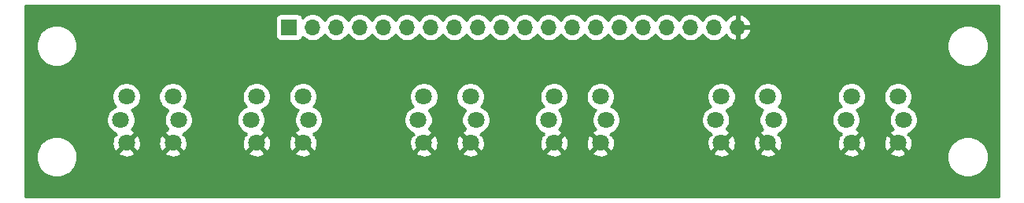
<source format=gbr>
G04 #@! TF.GenerationSoftware,KiCad,Pcbnew,(5.1.6)-1*
G04 #@! TF.CreationDate,2020-10-30T20:33:45+01:00*
G04 #@! TF.ProjectId,light-btn,6c696768-742d-4627-946e-2e6b69636164,rev?*
G04 #@! TF.SameCoordinates,Original*
G04 #@! TF.FileFunction,Copper,L2,Bot*
G04 #@! TF.FilePolarity,Positive*
%FSLAX46Y46*%
G04 Gerber Fmt 4.6, Leading zero omitted, Abs format (unit mm)*
G04 Created by KiCad (PCBNEW (5.1.6)-1) date 2020-10-30 20:33:45*
%MOMM*%
%LPD*%
G01*
G04 APERTURE LIST*
G04 #@! TA.AperFunction,ComponentPad*
%ADD10O,1.700000X1.700000*%
G04 #@! TD*
G04 #@! TA.AperFunction,ComponentPad*
%ADD11R,1.700000X1.700000*%
G04 #@! TD*
G04 #@! TA.AperFunction,ComponentPad*
%ADD12C,1.800000*%
G04 #@! TD*
G04 #@! TA.AperFunction,Conductor*
%ADD13C,0.254000*%
G04 #@! TD*
G04 APERTURE END LIST*
D10*
X139260000Y-43000000D03*
X136720000Y-43000000D03*
X134180000Y-43000000D03*
X131640000Y-43000000D03*
X129100000Y-43000000D03*
X126560000Y-43000000D03*
X124020000Y-43000000D03*
X121480000Y-43000000D03*
X118940000Y-43000000D03*
X116400000Y-43000000D03*
X113860000Y-43000000D03*
X111320000Y-43000000D03*
X108780000Y-43000000D03*
X106240000Y-43000000D03*
X103700000Y-43000000D03*
X101160000Y-43000000D03*
X98620000Y-43000000D03*
X96080000Y-43000000D03*
X93540000Y-43000000D03*
D11*
X91000000Y-43000000D03*
D12*
X79100000Y-53000000D03*
X72900000Y-53000000D03*
X73500000Y-50500000D03*
X78500000Y-50500000D03*
X73500000Y-55500000D03*
X78500000Y-55500000D03*
X92500000Y-55500000D03*
X87500000Y-55500000D03*
X92500000Y-50500000D03*
X87500000Y-50500000D03*
X86900000Y-53000000D03*
X93100000Y-53000000D03*
X111100000Y-53000000D03*
X104900000Y-53000000D03*
X105500000Y-50500000D03*
X110500000Y-50500000D03*
X105500000Y-55500000D03*
X110500000Y-55500000D03*
X124500000Y-55500000D03*
X119500000Y-55500000D03*
X124500000Y-50500000D03*
X119500000Y-50500000D03*
X118900000Y-53000000D03*
X125100000Y-53000000D03*
X142500000Y-55500000D03*
X137500000Y-55500000D03*
X142500000Y-50500000D03*
X137500000Y-50500000D03*
X136900000Y-53000000D03*
X143100000Y-53000000D03*
X157100000Y-53000000D03*
X150900000Y-53000000D03*
X151500000Y-50500000D03*
X156500000Y-50500000D03*
X151500000Y-55500000D03*
X156500000Y-55500000D03*
D13*
G36*
X167340000Y-61340000D02*
G01*
X62660000Y-61340000D01*
X62660000Y-56779872D01*
X63765000Y-56779872D01*
X63765000Y-57220128D01*
X63850890Y-57651925D01*
X64019369Y-58058669D01*
X64263962Y-58424729D01*
X64575271Y-58736038D01*
X64941331Y-58980631D01*
X65348075Y-59149110D01*
X65779872Y-59235000D01*
X66220128Y-59235000D01*
X66651925Y-59149110D01*
X67058669Y-58980631D01*
X67424729Y-58736038D01*
X67736038Y-58424729D01*
X67980631Y-58058669D01*
X68149110Y-57651925D01*
X68235000Y-57220128D01*
X68235000Y-56779872D01*
X68192077Y-56564080D01*
X72615525Y-56564080D01*
X72699208Y-56818261D01*
X72971775Y-56949158D01*
X73264642Y-57024365D01*
X73566553Y-57040991D01*
X73865907Y-56998397D01*
X74151199Y-56898222D01*
X74300792Y-56818261D01*
X74384475Y-56564080D01*
X77615525Y-56564080D01*
X77699208Y-56818261D01*
X77971775Y-56949158D01*
X78264642Y-57024365D01*
X78566553Y-57040991D01*
X78865907Y-56998397D01*
X79151199Y-56898222D01*
X79300792Y-56818261D01*
X79384475Y-56564080D01*
X86615525Y-56564080D01*
X86699208Y-56818261D01*
X86971775Y-56949158D01*
X87264642Y-57024365D01*
X87566553Y-57040991D01*
X87865907Y-56998397D01*
X88151199Y-56898222D01*
X88300792Y-56818261D01*
X88384475Y-56564080D01*
X91615525Y-56564080D01*
X91699208Y-56818261D01*
X91971775Y-56949158D01*
X92264642Y-57024365D01*
X92566553Y-57040991D01*
X92865907Y-56998397D01*
X93151199Y-56898222D01*
X93300792Y-56818261D01*
X93384475Y-56564080D01*
X104615525Y-56564080D01*
X104699208Y-56818261D01*
X104971775Y-56949158D01*
X105264642Y-57024365D01*
X105566553Y-57040991D01*
X105865907Y-56998397D01*
X106151199Y-56898222D01*
X106300792Y-56818261D01*
X106384475Y-56564080D01*
X109615525Y-56564080D01*
X109699208Y-56818261D01*
X109971775Y-56949158D01*
X110264642Y-57024365D01*
X110566553Y-57040991D01*
X110865907Y-56998397D01*
X111151199Y-56898222D01*
X111300792Y-56818261D01*
X111384475Y-56564080D01*
X118615525Y-56564080D01*
X118699208Y-56818261D01*
X118971775Y-56949158D01*
X119264642Y-57024365D01*
X119566553Y-57040991D01*
X119865907Y-56998397D01*
X120151199Y-56898222D01*
X120300792Y-56818261D01*
X120384475Y-56564080D01*
X123615525Y-56564080D01*
X123699208Y-56818261D01*
X123971775Y-56949158D01*
X124264642Y-57024365D01*
X124566553Y-57040991D01*
X124865907Y-56998397D01*
X125151199Y-56898222D01*
X125300792Y-56818261D01*
X125384475Y-56564080D01*
X136615525Y-56564080D01*
X136699208Y-56818261D01*
X136971775Y-56949158D01*
X137264642Y-57024365D01*
X137566553Y-57040991D01*
X137865907Y-56998397D01*
X138151199Y-56898222D01*
X138300792Y-56818261D01*
X138384475Y-56564080D01*
X141615525Y-56564080D01*
X141699208Y-56818261D01*
X141971775Y-56949158D01*
X142264642Y-57024365D01*
X142566553Y-57040991D01*
X142865907Y-56998397D01*
X143151199Y-56898222D01*
X143300792Y-56818261D01*
X143384475Y-56564080D01*
X150615525Y-56564080D01*
X150699208Y-56818261D01*
X150971775Y-56949158D01*
X151264642Y-57024365D01*
X151566553Y-57040991D01*
X151865907Y-56998397D01*
X152151199Y-56898222D01*
X152300792Y-56818261D01*
X152384475Y-56564080D01*
X155615525Y-56564080D01*
X155699208Y-56818261D01*
X155971775Y-56949158D01*
X156264642Y-57024365D01*
X156566553Y-57040991D01*
X156865907Y-56998397D01*
X157151199Y-56898222D01*
X157300792Y-56818261D01*
X157313430Y-56779872D01*
X161765000Y-56779872D01*
X161765000Y-57220128D01*
X161850890Y-57651925D01*
X162019369Y-58058669D01*
X162263962Y-58424729D01*
X162575271Y-58736038D01*
X162941331Y-58980631D01*
X163348075Y-59149110D01*
X163779872Y-59235000D01*
X164220128Y-59235000D01*
X164651925Y-59149110D01*
X165058669Y-58980631D01*
X165424729Y-58736038D01*
X165736038Y-58424729D01*
X165980631Y-58058669D01*
X166149110Y-57651925D01*
X166235000Y-57220128D01*
X166235000Y-56779872D01*
X166149110Y-56348075D01*
X165980631Y-55941331D01*
X165736038Y-55575271D01*
X165424729Y-55263962D01*
X165058669Y-55019369D01*
X164651925Y-54850890D01*
X164220128Y-54765000D01*
X163779872Y-54765000D01*
X163348075Y-54850890D01*
X162941331Y-55019369D01*
X162575271Y-55263962D01*
X162263962Y-55575271D01*
X162019369Y-55941331D01*
X161850890Y-56348075D01*
X161765000Y-56779872D01*
X157313430Y-56779872D01*
X157384475Y-56564080D01*
X156500000Y-55679605D01*
X155615525Y-56564080D01*
X152384475Y-56564080D01*
X151500000Y-55679605D01*
X150615525Y-56564080D01*
X143384475Y-56564080D01*
X142500000Y-55679605D01*
X141615525Y-56564080D01*
X138384475Y-56564080D01*
X137500000Y-55679605D01*
X136615525Y-56564080D01*
X125384475Y-56564080D01*
X124500000Y-55679605D01*
X123615525Y-56564080D01*
X120384475Y-56564080D01*
X119500000Y-55679605D01*
X118615525Y-56564080D01*
X111384475Y-56564080D01*
X110500000Y-55679605D01*
X109615525Y-56564080D01*
X106384475Y-56564080D01*
X105500000Y-55679605D01*
X104615525Y-56564080D01*
X93384475Y-56564080D01*
X92500000Y-55679605D01*
X91615525Y-56564080D01*
X88384475Y-56564080D01*
X87500000Y-55679605D01*
X86615525Y-56564080D01*
X79384475Y-56564080D01*
X78500000Y-55679605D01*
X77615525Y-56564080D01*
X74384475Y-56564080D01*
X73500000Y-55679605D01*
X72615525Y-56564080D01*
X68192077Y-56564080D01*
X68149110Y-56348075D01*
X67980631Y-55941331D01*
X67736038Y-55575271D01*
X67424729Y-55263962D01*
X67058669Y-55019369D01*
X66651925Y-54850890D01*
X66220128Y-54765000D01*
X65779872Y-54765000D01*
X65348075Y-54850890D01*
X64941331Y-55019369D01*
X64575271Y-55263962D01*
X64263962Y-55575271D01*
X64019369Y-55941331D01*
X63850890Y-56348075D01*
X63765000Y-56779872D01*
X62660000Y-56779872D01*
X62660000Y-52848816D01*
X71365000Y-52848816D01*
X71365000Y-53151184D01*
X71423989Y-53447743D01*
X71539701Y-53727095D01*
X71707688Y-53978505D01*
X71921495Y-54192312D01*
X72172905Y-54360299D01*
X72375380Y-54444168D01*
X72319970Y-54499578D01*
X72435918Y-54615526D01*
X72181739Y-54699208D01*
X72050842Y-54971775D01*
X71975635Y-55264642D01*
X71959009Y-55566553D01*
X72001603Y-55865907D01*
X72101778Y-56151199D01*
X72181739Y-56300792D01*
X72435920Y-56384475D01*
X73320395Y-55500000D01*
X73679605Y-55500000D01*
X74564080Y-56384475D01*
X74818261Y-56300792D01*
X74949158Y-56028225D01*
X75024365Y-55735358D01*
X75033660Y-55566553D01*
X76959009Y-55566553D01*
X77001603Y-55865907D01*
X77101778Y-56151199D01*
X77181739Y-56300792D01*
X77435920Y-56384475D01*
X78320395Y-55500000D01*
X77435920Y-54615525D01*
X77181739Y-54699208D01*
X77050842Y-54971775D01*
X76975635Y-55264642D01*
X76959009Y-55566553D01*
X75033660Y-55566553D01*
X75040991Y-55433447D01*
X74998397Y-55134093D01*
X74898222Y-54848801D01*
X74818261Y-54699208D01*
X74564080Y-54615525D01*
X73679605Y-55500000D01*
X73320395Y-55500000D01*
X73306253Y-55485858D01*
X73485858Y-55306253D01*
X73500000Y-55320395D01*
X74384475Y-54435920D01*
X74300792Y-54181739D01*
X74028225Y-54050842D01*
X74021661Y-54049156D01*
X74092312Y-53978505D01*
X74260299Y-53727095D01*
X74376011Y-53447743D01*
X74435000Y-53151184D01*
X74435000Y-52848816D01*
X74376011Y-52552257D01*
X74260299Y-52272905D01*
X74092312Y-52021495D01*
X74017807Y-51946990D01*
X74227095Y-51860299D01*
X74478505Y-51692312D01*
X74692312Y-51478505D01*
X74860299Y-51227095D01*
X74976011Y-50947743D01*
X75035000Y-50651184D01*
X75035000Y-50348816D01*
X76965000Y-50348816D01*
X76965000Y-50651184D01*
X77023989Y-50947743D01*
X77139701Y-51227095D01*
X77307688Y-51478505D01*
X77521495Y-51692312D01*
X77772905Y-51860299D01*
X77982193Y-51946990D01*
X77907688Y-52021495D01*
X77739701Y-52272905D01*
X77623989Y-52552257D01*
X77565000Y-52848816D01*
X77565000Y-53151184D01*
X77623989Y-53447743D01*
X77739701Y-53727095D01*
X77907688Y-53978505D01*
X77983621Y-54054438D01*
X77848801Y-54101778D01*
X77699208Y-54181739D01*
X77615525Y-54435920D01*
X78500000Y-55320395D01*
X78514143Y-55306253D01*
X78693748Y-55485858D01*
X78679605Y-55500000D01*
X79564080Y-56384475D01*
X79818261Y-56300792D01*
X79949158Y-56028225D01*
X80024365Y-55735358D01*
X80040991Y-55433447D01*
X79998397Y-55134093D01*
X79898222Y-54848801D01*
X79818261Y-54699208D01*
X79564082Y-54615526D01*
X79680030Y-54499578D01*
X79624620Y-54444168D01*
X79827095Y-54360299D01*
X80078505Y-54192312D01*
X80292312Y-53978505D01*
X80460299Y-53727095D01*
X80576011Y-53447743D01*
X80635000Y-53151184D01*
X80635000Y-52848816D01*
X85365000Y-52848816D01*
X85365000Y-53151184D01*
X85423989Y-53447743D01*
X85539701Y-53727095D01*
X85707688Y-53978505D01*
X85921495Y-54192312D01*
X86172905Y-54360299D01*
X86375380Y-54444168D01*
X86319970Y-54499578D01*
X86435918Y-54615526D01*
X86181739Y-54699208D01*
X86050842Y-54971775D01*
X85975635Y-55264642D01*
X85959009Y-55566553D01*
X86001603Y-55865907D01*
X86101778Y-56151199D01*
X86181739Y-56300792D01*
X86435920Y-56384475D01*
X87320395Y-55500000D01*
X87679605Y-55500000D01*
X88564080Y-56384475D01*
X88818261Y-56300792D01*
X88949158Y-56028225D01*
X89024365Y-55735358D01*
X89033660Y-55566553D01*
X90959009Y-55566553D01*
X91001603Y-55865907D01*
X91101778Y-56151199D01*
X91181739Y-56300792D01*
X91435920Y-56384475D01*
X92320395Y-55500000D01*
X91435920Y-54615525D01*
X91181739Y-54699208D01*
X91050842Y-54971775D01*
X90975635Y-55264642D01*
X90959009Y-55566553D01*
X89033660Y-55566553D01*
X89040991Y-55433447D01*
X88998397Y-55134093D01*
X88898222Y-54848801D01*
X88818261Y-54699208D01*
X88564080Y-54615525D01*
X87679605Y-55500000D01*
X87320395Y-55500000D01*
X87306253Y-55485858D01*
X87485858Y-55306253D01*
X87500000Y-55320395D01*
X88384475Y-54435920D01*
X88300792Y-54181739D01*
X88028225Y-54050842D01*
X88021661Y-54049156D01*
X88092312Y-53978505D01*
X88260299Y-53727095D01*
X88376011Y-53447743D01*
X88435000Y-53151184D01*
X88435000Y-52848816D01*
X88376011Y-52552257D01*
X88260299Y-52272905D01*
X88092312Y-52021495D01*
X88017807Y-51946990D01*
X88227095Y-51860299D01*
X88478505Y-51692312D01*
X88692312Y-51478505D01*
X88860299Y-51227095D01*
X88976011Y-50947743D01*
X89035000Y-50651184D01*
X89035000Y-50348816D01*
X90965000Y-50348816D01*
X90965000Y-50651184D01*
X91023989Y-50947743D01*
X91139701Y-51227095D01*
X91307688Y-51478505D01*
X91521495Y-51692312D01*
X91772905Y-51860299D01*
X91982193Y-51946990D01*
X91907688Y-52021495D01*
X91739701Y-52272905D01*
X91623989Y-52552257D01*
X91565000Y-52848816D01*
X91565000Y-53151184D01*
X91623989Y-53447743D01*
X91739701Y-53727095D01*
X91907688Y-53978505D01*
X91983621Y-54054438D01*
X91848801Y-54101778D01*
X91699208Y-54181739D01*
X91615525Y-54435920D01*
X92500000Y-55320395D01*
X92514143Y-55306253D01*
X92693748Y-55485858D01*
X92679605Y-55500000D01*
X93564080Y-56384475D01*
X93818261Y-56300792D01*
X93949158Y-56028225D01*
X94024365Y-55735358D01*
X94040991Y-55433447D01*
X93998397Y-55134093D01*
X93898222Y-54848801D01*
X93818261Y-54699208D01*
X93564082Y-54615526D01*
X93680030Y-54499578D01*
X93624620Y-54444168D01*
X93827095Y-54360299D01*
X94078505Y-54192312D01*
X94292312Y-53978505D01*
X94460299Y-53727095D01*
X94576011Y-53447743D01*
X94635000Y-53151184D01*
X94635000Y-52848816D01*
X103365000Y-52848816D01*
X103365000Y-53151184D01*
X103423989Y-53447743D01*
X103539701Y-53727095D01*
X103707688Y-53978505D01*
X103921495Y-54192312D01*
X104172905Y-54360299D01*
X104375380Y-54444168D01*
X104319970Y-54499578D01*
X104435918Y-54615526D01*
X104181739Y-54699208D01*
X104050842Y-54971775D01*
X103975635Y-55264642D01*
X103959009Y-55566553D01*
X104001603Y-55865907D01*
X104101778Y-56151199D01*
X104181739Y-56300792D01*
X104435920Y-56384475D01*
X105320395Y-55500000D01*
X105679605Y-55500000D01*
X106564080Y-56384475D01*
X106818261Y-56300792D01*
X106949158Y-56028225D01*
X107024365Y-55735358D01*
X107033660Y-55566553D01*
X108959009Y-55566553D01*
X109001603Y-55865907D01*
X109101778Y-56151199D01*
X109181739Y-56300792D01*
X109435920Y-56384475D01*
X110320395Y-55500000D01*
X109435920Y-54615525D01*
X109181739Y-54699208D01*
X109050842Y-54971775D01*
X108975635Y-55264642D01*
X108959009Y-55566553D01*
X107033660Y-55566553D01*
X107040991Y-55433447D01*
X106998397Y-55134093D01*
X106898222Y-54848801D01*
X106818261Y-54699208D01*
X106564080Y-54615525D01*
X105679605Y-55500000D01*
X105320395Y-55500000D01*
X105306253Y-55485858D01*
X105485858Y-55306253D01*
X105500000Y-55320395D01*
X106384475Y-54435920D01*
X106300792Y-54181739D01*
X106028225Y-54050842D01*
X106021661Y-54049156D01*
X106092312Y-53978505D01*
X106260299Y-53727095D01*
X106376011Y-53447743D01*
X106435000Y-53151184D01*
X106435000Y-52848816D01*
X106376011Y-52552257D01*
X106260299Y-52272905D01*
X106092312Y-52021495D01*
X106017807Y-51946990D01*
X106227095Y-51860299D01*
X106478505Y-51692312D01*
X106692312Y-51478505D01*
X106860299Y-51227095D01*
X106976011Y-50947743D01*
X107035000Y-50651184D01*
X107035000Y-50348816D01*
X108965000Y-50348816D01*
X108965000Y-50651184D01*
X109023989Y-50947743D01*
X109139701Y-51227095D01*
X109307688Y-51478505D01*
X109521495Y-51692312D01*
X109772905Y-51860299D01*
X109982193Y-51946990D01*
X109907688Y-52021495D01*
X109739701Y-52272905D01*
X109623989Y-52552257D01*
X109565000Y-52848816D01*
X109565000Y-53151184D01*
X109623989Y-53447743D01*
X109739701Y-53727095D01*
X109907688Y-53978505D01*
X109983621Y-54054438D01*
X109848801Y-54101778D01*
X109699208Y-54181739D01*
X109615525Y-54435920D01*
X110500000Y-55320395D01*
X110514143Y-55306253D01*
X110693748Y-55485858D01*
X110679605Y-55500000D01*
X111564080Y-56384475D01*
X111818261Y-56300792D01*
X111949158Y-56028225D01*
X112024365Y-55735358D01*
X112040991Y-55433447D01*
X111998397Y-55134093D01*
X111898222Y-54848801D01*
X111818261Y-54699208D01*
X111564082Y-54615526D01*
X111680030Y-54499578D01*
X111624620Y-54444168D01*
X111827095Y-54360299D01*
X112078505Y-54192312D01*
X112292312Y-53978505D01*
X112460299Y-53727095D01*
X112576011Y-53447743D01*
X112635000Y-53151184D01*
X112635000Y-52848816D01*
X117365000Y-52848816D01*
X117365000Y-53151184D01*
X117423989Y-53447743D01*
X117539701Y-53727095D01*
X117707688Y-53978505D01*
X117921495Y-54192312D01*
X118172905Y-54360299D01*
X118375380Y-54444168D01*
X118319970Y-54499578D01*
X118435918Y-54615526D01*
X118181739Y-54699208D01*
X118050842Y-54971775D01*
X117975635Y-55264642D01*
X117959009Y-55566553D01*
X118001603Y-55865907D01*
X118101778Y-56151199D01*
X118181739Y-56300792D01*
X118435920Y-56384475D01*
X119320395Y-55500000D01*
X119679605Y-55500000D01*
X120564080Y-56384475D01*
X120818261Y-56300792D01*
X120949158Y-56028225D01*
X121024365Y-55735358D01*
X121033660Y-55566553D01*
X122959009Y-55566553D01*
X123001603Y-55865907D01*
X123101778Y-56151199D01*
X123181739Y-56300792D01*
X123435920Y-56384475D01*
X124320395Y-55500000D01*
X123435920Y-54615525D01*
X123181739Y-54699208D01*
X123050842Y-54971775D01*
X122975635Y-55264642D01*
X122959009Y-55566553D01*
X121033660Y-55566553D01*
X121040991Y-55433447D01*
X120998397Y-55134093D01*
X120898222Y-54848801D01*
X120818261Y-54699208D01*
X120564080Y-54615525D01*
X119679605Y-55500000D01*
X119320395Y-55500000D01*
X119306253Y-55485858D01*
X119485858Y-55306253D01*
X119500000Y-55320395D01*
X120384475Y-54435920D01*
X120300792Y-54181739D01*
X120028225Y-54050842D01*
X120021661Y-54049156D01*
X120092312Y-53978505D01*
X120260299Y-53727095D01*
X120376011Y-53447743D01*
X120435000Y-53151184D01*
X120435000Y-52848816D01*
X120376011Y-52552257D01*
X120260299Y-52272905D01*
X120092312Y-52021495D01*
X120017807Y-51946990D01*
X120227095Y-51860299D01*
X120478505Y-51692312D01*
X120692312Y-51478505D01*
X120860299Y-51227095D01*
X120976011Y-50947743D01*
X121035000Y-50651184D01*
X121035000Y-50348816D01*
X122965000Y-50348816D01*
X122965000Y-50651184D01*
X123023989Y-50947743D01*
X123139701Y-51227095D01*
X123307688Y-51478505D01*
X123521495Y-51692312D01*
X123772905Y-51860299D01*
X123982193Y-51946990D01*
X123907688Y-52021495D01*
X123739701Y-52272905D01*
X123623989Y-52552257D01*
X123565000Y-52848816D01*
X123565000Y-53151184D01*
X123623989Y-53447743D01*
X123739701Y-53727095D01*
X123907688Y-53978505D01*
X123983621Y-54054438D01*
X123848801Y-54101778D01*
X123699208Y-54181739D01*
X123615525Y-54435920D01*
X124500000Y-55320395D01*
X124514143Y-55306253D01*
X124693748Y-55485858D01*
X124679605Y-55500000D01*
X125564080Y-56384475D01*
X125818261Y-56300792D01*
X125949158Y-56028225D01*
X126024365Y-55735358D01*
X126040991Y-55433447D01*
X125998397Y-55134093D01*
X125898222Y-54848801D01*
X125818261Y-54699208D01*
X125564082Y-54615526D01*
X125680030Y-54499578D01*
X125624620Y-54444168D01*
X125827095Y-54360299D01*
X126078505Y-54192312D01*
X126292312Y-53978505D01*
X126460299Y-53727095D01*
X126576011Y-53447743D01*
X126635000Y-53151184D01*
X126635000Y-52848816D01*
X135365000Y-52848816D01*
X135365000Y-53151184D01*
X135423989Y-53447743D01*
X135539701Y-53727095D01*
X135707688Y-53978505D01*
X135921495Y-54192312D01*
X136172905Y-54360299D01*
X136375380Y-54444168D01*
X136319970Y-54499578D01*
X136435918Y-54615526D01*
X136181739Y-54699208D01*
X136050842Y-54971775D01*
X135975635Y-55264642D01*
X135959009Y-55566553D01*
X136001603Y-55865907D01*
X136101778Y-56151199D01*
X136181739Y-56300792D01*
X136435920Y-56384475D01*
X137320395Y-55500000D01*
X137679605Y-55500000D01*
X138564080Y-56384475D01*
X138818261Y-56300792D01*
X138949158Y-56028225D01*
X139024365Y-55735358D01*
X139033660Y-55566553D01*
X140959009Y-55566553D01*
X141001603Y-55865907D01*
X141101778Y-56151199D01*
X141181739Y-56300792D01*
X141435920Y-56384475D01*
X142320395Y-55500000D01*
X141435920Y-54615525D01*
X141181739Y-54699208D01*
X141050842Y-54971775D01*
X140975635Y-55264642D01*
X140959009Y-55566553D01*
X139033660Y-55566553D01*
X139040991Y-55433447D01*
X138998397Y-55134093D01*
X138898222Y-54848801D01*
X138818261Y-54699208D01*
X138564080Y-54615525D01*
X137679605Y-55500000D01*
X137320395Y-55500000D01*
X137306253Y-55485858D01*
X137485858Y-55306253D01*
X137500000Y-55320395D01*
X138384475Y-54435920D01*
X138300792Y-54181739D01*
X138028225Y-54050842D01*
X138021661Y-54049156D01*
X138092312Y-53978505D01*
X138260299Y-53727095D01*
X138376011Y-53447743D01*
X138435000Y-53151184D01*
X138435000Y-52848816D01*
X138376011Y-52552257D01*
X138260299Y-52272905D01*
X138092312Y-52021495D01*
X138017807Y-51946990D01*
X138227095Y-51860299D01*
X138478505Y-51692312D01*
X138692312Y-51478505D01*
X138860299Y-51227095D01*
X138976011Y-50947743D01*
X139035000Y-50651184D01*
X139035000Y-50348816D01*
X140965000Y-50348816D01*
X140965000Y-50651184D01*
X141023989Y-50947743D01*
X141139701Y-51227095D01*
X141307688Y-51478505D01*
X141521495Y-51692312D01*
X141772905Y-51860299D01*
X141982193Y-51946990D01*
X141907688Y-52021495D01*
X141739701Y-52272905D01*
X141623989Y-52552257D01*
X141565000Y-52848816D01*
X141565000Y-53151184D01*
X141623989Y-53447743D01*
X141739701Y-53727095D01*
X141907688Y-53978505D01*
X141983621Y-54054438D01*
X141848801Y-54101778D01*
X141699208Y-54181739D01*
X141615525Y-54435920D01*
X142500000Y-55320395D01*
X142514143Y-55306253D01*
X142693748Y-55485858D01*
X142679605Y-55500000D01*
X143564080Y-56384475D01*
X143818261Y-56300792D01*
X143949158Y-56028225D01*
X144024365Y-55735358D01*
X144040991Y-55433447D01*
X143998397Y-55134093D01*
X143898222Y-54848801D01*
X143818261Y-54699208D01*
X143564082Y-54615526D01*
X143680030Y-54499578D01*
X143624620Y-54444168D01*
X143827095Y-54360299D01*
X144078505Y-54192312D01*
X144292312Y-53978505D01*
X144460299Y-53727095D01*
X144576011Y-53447743D01*
X144635000Y-53151184D01*
X144635000Y-52848816D01*
X149365000Y-52848816D01*
X149365000Y-53151184D01*
X149423989Y-53447743D01*
X149539701Y-53727095D01*
X149707688Y-53978505D01*
X149921495Y-54192312D01*
X150172905Y-54360299D01*
X150375380Y-54444168D01*
X150319970Y-54499578D01*
X150435918Y-54615526D01*
X150181739Y-54699208D01*
X150050842Y-54971775D01*
X149975635Y-55264642D01*
X149959009Y-55566553D01*
X150001603Y-55865907D01*
X150101778Y-56151199D01*
X150181739Y-56300792D01*
X150435920Y-56384475D01*
X151320395Y-55500000D01*
X151679605Y-55500000D01*
X152564080Y-56384475D01*
X152818261Y-56300792D01*
X152949158Y-56028225D01*
X153024365Y-55735358D01*
X153033660Y-55566553D01*
X154959009Y-55566553D01*
X155001603Y-55865907D01*
X155101778Y-56151199D01*
X155181739Y-56300792D01*
X155435920Y-56384475D01*
X156320395Y-55500000D01*
X155435920Y-54615525D01*
X155181739Y-54699208D01*
X155050842Y-54971775D01*
X154975635Y-55264642D01*
X154959009Y-55566553D01*
X153033660Y-55566553D01*
X153040991Y-55433447D01*
X152998397Y-55134093D01*
X152898222Y-54848801D01*
X152818261Y-54699208D01*
X152564080Y-54615525D01*
X151679605Y-55500000D01*
X151320395Y-55500000D01*
X151306253Y-55485858D01*
X151485858Y-55306253D01*
X151500000Y-55320395D01*
X152384475Y-54435920D01*
X152300792Y-54181739D01*
X152028225Y-54050842D01*
X152021661Y-54049156D01*
X152092312Y-53978505D01*
X152260299Y-53727095D01*
X152376011Y-53447743D01*
X152435000Y-53151184D01*
X152435000Y-52848816D01*
X152376011Y-52552257D01*
X152260299Y-52272905D01*
X152092312Y-52021495D01*
X152017807Y-51946990D01*
X152227095Y-51860299D01*
X152478505Y-51692312D01*
X152692312Y-51478505D01*
X152860299Y-51227095D01*
X152976011Y-50947743D01*
X153035000Y-50651184D01*
X153035000Y-50348816D01*
X154965000Y-50348816D01*
X154965000Y-50651184D01*
X155023989Y-50947743D01*
X155139701Y-51227095D01*
X155307688Y-51478505D01*
X155521495Y-51692312D01*
X155772905Y-51860299D01*
X155982193Y-51946990D01*
X155907688Y-52021495D01*
X155739701Y-52272905D01*
X155623989Y-52552257D01*
X155565000Y-52848816D01*
X155565000Y-53151184D01*
X155623989Y-53447743D01*
X155739701Y-53727095D01*
X155907688Y-53978505D01*
X155983621Y-54054438D01*
X155848801Y-54101778D01*
X155699208Y-54181739D01*
X155615525Y-54435920D01*
X156500000Y-55320395D01*
X156514143Y-55306253D01*
X156693748Y-55485858D01*
X156679605Y-55500000D01*
X157564080Y-56384475D01*
X157818261Y-56300792D01*
X157949158Y-56028225D01*
X158024365Y-55735358D01*
X158040991Y-55433447D01*
X157998397Y-55134093D01*
X157898222Y-54848801D01*
X157818261Y-54699208D01*
X157564082Y-54615526D01*
X157680030Y-54499578D01*
X157624620Y-54444168D01*
X157827095Y-54360299D01*
X158078505Y-54192312D01*
X158292312Y-53978505D01*
X158460299Y-53727095D01*
X158576011Y-53447743D01*
X158635000Y-53151184D01*
X158635000Y-52848816D01*
X158576011Y-52552257D01*
X158460299Y-52272905D01*
X158292312Y-52021495D01*
X158078505Y-51807688D01*
X157827095Y-51639701D01*
X157617807Y-51553010D01*
X157692312Y-51478505D01*
X157860299Y-51227095D01*
X157976011Y-50947743D01*
X158035000Y-50651184D01*
X158035000Y-50348816D01*
X157976011Y-50052257D01*
X157860299Y-49772905D01*
X157692312Y-49521495D01*
X157478505Y-49307688D01*
X157227095Y-49139701D01*
X156947743Y-49023989D01*
X156651184Y-48965000D01*
X156348816Y-48965000D01*
X156052257Y-49023989D01*
X155772905Y-49139701D01*
X155521495Y-49307688D01*
X155307688Y-49521495D01*
X155139701Y-49772905D01*
X155023989Y-50052257D01*
X154965000Y-50348816D01*
X153035000Y-50348816D01*
X152976011Y-50052257D01*
X152860299Y-49772905D01*
X152692312Y-49521495D01*
X152478505Y-49307688D01*
X152227095Y-49139701D01*
X151947743Y-49023989D01*
X151651184Y-48965000D01*
X151348816Y-48965000D01*
X151052257Y-49023989D01*
X150772905Y-49139701D01*
X150521495Y-49307688D01*
X150307688Y-49521495D01*
X150139701Y-49772905D01*
X150023989Y-50052257D01*
X149965000Y-50348816D01*
X149965000Y-50651184D01*
X150023989Y-50947743D01*
X150139701Y-51227095D01*
X150307688Y-51478505D01*
X150382193Y-51553010D01*
X150172905Y-51639701D01*
X149921495Y-51807688D01*
X149707688Y-52021495D01*
X149539701Y-52272905D01*
X149423989Y-52552257D01*
X149365000Y-52848816D01*
X144635000Y-52848816D01*
X144576011Y-52552257D01*
X144460299Y-52272905D01*
X144292312Y-52021495D01*
X144078505Y-51807688D01*
X143827095Y-51639701D01*
X143617807Y-51553010D01*
X143692312Y-51478505D01*
X143860299Y-51227095D01*
X143976011Y-50947743D01*
X144035000Y-50651184D01*
X144035000Y-50348816D01*
X143976011Y-50052257D01*
X143860299Y-49772905D01*
X143692312Y-49521495D01*
X143478505Y-49307688D01*
X143227095Y-49139701D01*
X142947743Y-49023989D01*
X142651184Y-48965000D01*
X142348816Y-48965000D01*
X142052257Y-49023989D01*
X141772905Y-49139701D01*
X141521495Y-49307688D01*
X141307688Y-49521495D01*
X141139701Y-49772905D01*
X141023989Y-50052257D01*
X140965000Y-50348816D01*
X139035000Y-50348816D01*
X138976011Y-50052257D01*
X138860299Y-49772905D01*
X138692312Y-49521495D01*
X138478505Y-49307688D01*
X138227095Y-49139701D01*
X137947743Y-49023989D01*
X137651184Y-48965000D01*
X137348816Y-48965000D01*
X137052257Y-49023989D01*
X136772905Y-49139701D01*
X136521495Y-49307688D01*
X136307688Y-49521495D01*
X136139701Y-49772905D01*
X136023989Y-50052257D01*
X135965000Y-50348816D01*
X135965000Y-50651184D01*
X136023989Y-50947743D01*
X136139701Y-51227095D01*
X136307688Y-51478505D01*
X136382193Y-51553010D01*
X136172905Y-51639701D01*
X135921495Y-51807688D01*
X135707688Y-52021495D01*
X135539701Y-52272905D01*
X135423989Y-52552257D01*
X135365000Y-52848816D01*
X126635000Y-52848816D01*
X126576011Y-52552257D01*
X126460299Y-52272905D01*
X126292312Y-52021495D01*
X126078505Y-51807688D01*
X125827095Y-51639701D01*
X125617807Y-51553010D01*
X125692312Y-51478505D01*
X125860299Y-51227095D01*
X125976011Y-50947743D01*
X126035000Y-50651184D01*
X126035000Y-50348816D01*
X125976011Y-50052257D01*
X125860299Y-49772905D01*
X125692312Y-49521495D01*
X125478505Y-49307688D01*
X125227095Y-49139701D01*
X124947743Y-49023989D01*
X124651184Y-48965000D01*
X124348816Y-48965000D01*
X124052257Y-49023989D01*
X123772905Y-49139701D01*
X123521495Y-49307688D01*
X123307688Y-49521495D01*
X123139701Y-49772905D01*
X123023989Y-50052257D01*
X122965000Y-50348816D01*
X121035000Y-50348816D01*
X120976011Y-50052257D01*
X120860299Y-49772905D01*
X120692312Y-49521495D01*
X120478505Y-49307688D01*
X120227095Y-49139701D01*
X119947743Y-49023989D01*
X119651184Y-48965000D01*
X119348816Y-48965000D01*
X119052257Y-49023989D01*
X118772905Y-49139701D01*
X118521495Y-49307688D01*
X118307688Y-49521495D01*
X118139701Y-49772905D01*
X118023989Y-50052257D01*
X117965000Y-50348816D01*
X117965000Y-50651184D01*
X118023989Y-50947743D01*
X118139701Y-51227095D01*
X118307688Y-51478505D01*
X118382193Y-51553010D01*
X118172905Y-51639701D01*
X117921495Y-51807688D01*
X117707688Y-52021495D01*
X117539701Y-52272905D01*
X117423989Y-52552257D01*
X117365000Y-52848816D01*
X112635000Y-52848816D01*
X112576011Y-52552257D01*
X112460299Y-52272905D01*
X112292312Y-52021495D01*
X112078505Y-51807688D01*
X111827095Y-51639701D01*
X111617807Y-51553010D01*
X111692312Y-51478505D01*
X111860299Y-51227095D01*
X111976011Y-50947743D01*
X112035000Y-50651184D01*
X112035000Y-50348816D01*
X111976011Y-50052257D01*
X111860299Y-49772905D01*
X111692312Y-49521495D01*
X111478505Y-49307688D01*
X111227095Y-49139701D01*
X110947743Y-49023989D01*
X110651184Y-48965000D01*
X110348816Y-48965000D01*
X110052257Y-49023989D01*
X109772905Y-49139701D01*
X109521495Y-49307688D01*
X109307688Y-49521495D01*
X109139701Y-49772905D01*
X109023989Y-50052257D01*
X108965000Y-50348816D01*
X107035000Y-50348816D01*
X106976011Y-50052257D01*
X106860299Y-49772905D01*
X106692312Y-49521495D01*
X106478505Y-49307688D01*
X106227095Y-49139701D01*
X105947743Y-49023989D01*
X105651184Y-48965000D01*
X105348816Y-48965000D01*
X105052257Y-49023989D01*
X104772905Y-49139701D01*
X104521495Y-49307688D01*
X104307688Y-49521495D01*
X104139701Y-49772905D01*
X104023989Y-50052257D01*
X103965000Y-50348816D01*
X103965000Y-50651184D01*
X104023989Y-50947743D01*
X104139701Y-51227095D01*
X104307688Y-51478505D01*
X104382193Y-51553010D01*
X104172905Y-51639701D01*
X103921495Y-51807688D01*
X103707688Y-52021495D01*
X103539701Y-52272905D01*
X103423989Y-52552257D01*
X103365000Y-52848816D01*
X94635000Y-52848816D01*
X94576011Y-52552257D01*
X94460299Y-52272905D01*
X94292312Y-52021495D01*
X94078505Y-51807688D01*
X93827095Y-51639701D01*
X93617807Y-51553010D01*
X93692312Y-51478505D01*
X93860299Y-51227095D01*
X93976011Y-50947743D01*
X94035000Y-50651184D01*
X94035000Y-50348816D01*
X93976011Y-50052257D01*
X93860299Y-49772905D01*
X93692312Y-49521495D01*
X93478505Y-49307688D01*
X93227095Y-49139701D01*
X92947743Y-49023989D01*
X92651184Y-48965000D01*
X92348816Y-48965000D01*
X92052257Y-49023989D01*
X91772905Y-49139701D01*
X91521495Y-49307688D01*
X91307688Y-49521495D01*
X91139701Y-49772905D01*
X91023989Y-50052257D01*
X90965000Y-50348816D01*
X89035000Y-50348816D01*
X88976011Y-50052257D01*
X88860299Y-49772905D01*
X88692312Y-49521495D01*
X88478505Y-49307688D01*
X88227095Y-49139701D01*
X87947743Y-49023989D01*
X87651184Y-48965000D01*
X87348816Y-48965000D01*
X87052257Y-49023989D01*
X86772905Y-49139701D01*
X86521495Y-49307688D01*
X86307688Y-49521495D01*
X86139701Y-49772905D01*
X86023989Y-50052257D01*
X85965000Y-50348816D01*
X85965000Y-50651184D01*
X86023989Y-50947743D01*
X86139701Y-51227095D01*
X86307688Y-51478505D01*
X86382193Y-51553010D01*
X86172905Y-51639701D01*
X85921495Y-51807688D01*
X85707688Y-52021495D01*
X85539701Y-52272905D01*
X85423989Y-52552257D01*
X85365000Y-52848816D01*
X80635000Y-52848816D01*
X80576011Y-52552257D01*
X80460299Y-52272905D01*
X80292312Y-52021495D01*
X80078505Y-51807688D01*
X79827095Y-51639701D01*
X79617807Y-51553010D01*
X79692312Y-51478505D01*
X79860299Y-51227095D01*
X79976011Y-50947743D01*
X80035000Y-50651184D01*
X80035000Y-50348816D01*
X79976011Y-50052257D01*
X79860299Y-49772905D01*
X79692312Y-49521495D01*
X79478505Y-49307688D01*
X79227095Y-49139701D01*
X78947743Y-49023989D01*
X78651184Y-48965000D01*
X78348816Y-48965000D01*
X78052257Y-49023989D01*
X77772905Y-49139701D01*
X77521495Y-49307688D01*
X77307688Y-49521495D01*
X77139701Y-49772905D01*
X77023989Y-50052257D01*
X76965000Y-50348816D01*
X75035000Y-50348816D01*
X74976011Y-50052257D01*
X74860299Y-49772905D01*
X74692312Y-49521495D01*
X74478505Y-49307688D01*
X74227095Y-49139701D01*
X73947743Y-49023989D01*
X73651184Y-48965000D01*
X73348816Y-48965000D01*
X73052257Y-49023989D01*
X72772905Y-49139701D01*
X72521495Y-49307688D01*
X72307688Y-49521495D01*
X72139701Y-49772905D01*
X72023989Y-50052257D01*
X71965000Y-50348816D01*
X71965000Y-50651184D01*
X72023989Y-50947743D01*
X72139701Y-51227095D01*
X72307688Y-51478505D01*
X72382193Y-51553010D01*
X72172905Y-51639701D01*
X71921495Y-51807688D01*
X71707688Y-52021495D01*
X71539701Y-52272905D01*
X71423989Y-52552257D01*
X71365000Y-52848816D01*
X62660000Y-52848816D01*
X62660000Y-44779872D01*
X63765000Y-44779872D01*
X63765000Y-45220128D01*
X63850890Y-45651925D01*
X64019369Y-46058669D01*
X64263962Y-46424729D01*
X64575271Y-46736038D01*
X64941331Y-46980631D01*
X65348075Y-47149110D01*
X65779872Y-47235000D01*
X66220128Y-47235000D01*
X66651925Y-47149110D01*
X67058669Y-46980631D01*
X67424729Y-46736038D01*
X67736038Y-46424729D01*
X67980631Y-46058669D01*
X68149110Y-45651925D01*
X68235000Y-45220128D01*
X68235000Y-44779872D01*
X161765000Y-44779872D01*
X161765000Y-45220128D01*
X161850890Y-45651925D01*
X162019369Y-46058669D01*
X162263962Y-46424729D01*
X162575271Y-46736038D01*
X162941331Y-46980631D01*
X163348075Y-47149110D01*
X163779872Y-47235000D01*
X164220128Y-47235000D01*
X164651925Y-47149110D01*
X165058669Y-46980631D01*
X165424729Y-46736038D01*
X165736038Y-46424729D01*
X165980631Y-46058669D01*
X166149110Y-45651925D01*
X166235000Y-45220128D01*
X166235000Y-44779872D01*
X166149110Y-44348075D01*
X165980631Y-43941331D01*
X165736038Y-43575271D01*
X165424729Y-43263962D01*
X165058669Y-43019369D01*
X164651925Y-42850890D01*
X164220128Y-42765000D01*
X163779872Y-42765000D01*
X163348075Y-42850890D01*
X162941331Y-43019369D01*
X162575271Y-43263962D01*
X162263962Y-43575271D01*
X162019369Y-43941331D01*
X161850890Y-44348075D01*
X161765000Y-44779872D01*
X68235000Y-44779872D01*
X68149110Y-44348075D01*
X67980631Y-43941331D01*
X67736038Y-43575271D01*
X67424729Y-43263962D01*
X67058669Y-43019369D01*
X66651925Y-42850890D01*
X66220128Y-42765000D01*
X65779872Y-42765000D01*
X65348075Y-42850890D01*
X64941331Y-43019369D01*
X64575271Y-43263962D01*
X64263962Y-43575271D01*
X64019369Y-43941331D01*
X63850890Y-44348075D01*
X63765000Y-44779872D01*
X62660000Y-44779872D01*
X62660000Y-42150000D01*
X89511928Y-42150000D01*
X89511928Y-43850000D01*
X89524188Y-43974482D01*
X89560498Y-44094180D01*
X89619463Y-44204494D01*
X89698815Y-44301185D01*
X89795506Y-44380537D01*
X89905820Y-44439502D01*
X90025518Y-44475812D01*
X90150000Y-44488072D01*
X91850000Y-44488072D01*
X91974482Y-44475812D01*
X92094180Y-44439502D01*
X92204494Y-44380537D01*
X92301185Y-44301185D01*
X92380537Y-44204494D01*
X92439502Y-44094180D01*
X92461513Y-44021620D01*
X92593368Y-44153475D01*
X92836589Y-44315990D01*
X93106842Y-44427932D01*
X93393740Y-44485000D01*
X93686260Y-44485000D01*
X93973158Y-44427932D01*
X94243411Y-44315990D01*
X94486632Y-44153475D01*
X94693475Y-43946632D01*
X94810000Y-43772240D01*
X94926525Y-43946632D01*
X95133368Y-44153475D01*
X95376589Y-44315990D01*
X95646842Y-44427932D01*
X95933740Y-44485000D01*
X96226260Y-44485000D01*
X96513158Y-44427932D01*
X96783411Y-44315990D01*
X97026632Y-44153475D01*
X97233475Y-43946632D01*
X97350000Y-43772240D01*
X97466525Y-43946632D01*
X97673368Y-44153475D01*
X97916589Y-44315990D01*
X98186842Y-44427932D01*
X98473740Y-44485000D01*
X98766260Y-44485000D01*
X99053158Y-44427932D01*
X99323411Y-44315990D01*
X99566632Y-44153475D01*
X99773475Y-43946632D01*
X99890000Y-43772240D01*
X100006525Y-43946632D01*
X100213368Y-44153475D01*
X100456589Y-44315990D01*
X100726842Y-44427932D01*
X101013740Y-44485000D01*
X101306260Y-44485000D01*
X101593158Y-44427932D01*
X101863411Y-44315990D01*
X102106632Y-44153475D01*
X102313475Y-43946632D01*
X102430000Y-43772240D01*
X102546525Y-43946632D01*
X102753368Y-44153475D01*
X102996589Y-44315990D01*
X103266842Y-44427932D01*
X103553740Y-44485000D01*
X103846260Y-44485000D01*
X104133158Y-44427932D01*
X104403411Y-44315990D01*
X104646632Y-44153475D01*
X104853475Y-43946632D01*
X104970000Y-43772240D01*
X105086525Y-43946632D01*
X105293368Y-44153475D01*
X105536589Y-44315990D01*
X105806842Y-44427932D01*
X106093740Y-44485000D01*
X106386260Y-44485000D01*
X106673158Y-44427932D01*
X106943411Y-44315990D01*
X107186632Y-44153475D01*
X107393475Y-43946632D01*
X107510000Y-43772240D01*
X107626525Y-43946632D01*
X107833368Y-44153475D01*
X108076589Y-44315990D01*
X108346842Y-44427932D01*
X108633740Y-44485000D01*
X108926260Y-44485000D01*
X109213158Y-44427932D01*
X109483411Y-44315990D01*
X109726632Y-44153475D01*
X109933475Y-43946632D01*
X110050000Y-43772240D01*
X110166525Y-43946632D01*
X110373368Y-44153475D01*
X110616589Y-44315990D01*
X110886842Y-44427932D01*
X111173740Y-44485000D01*
X111466260Y-44485000D01*
X111753158Y-44427932D01*
X112023411Y-44315990D01*
X112266632Y-44153475D01*
X112473475Y-43946632D01*
X112590000Y-43772240D01*
X112706525Y-43946632D01*
X112913368Y-44153475D01*
X113156589Y-44315990D01*
X113426842Y-44427932D01*
X113713740Y-44485000D01*
X114006260Y-44485000D01*
X114293158Y-44427932D01*
X114563411Y-44315990D01*
X114806632Y-44153475D01*
X115013475Y-43946632D01*
X115130000Y-43772240D01*
X115246525Y-43946632D01*
X115453368Y-44153475D01*
X115696589Y-44315990D01*
X115966842Y-44427932D01*
X116253740Y-44485000D01*
X116546260Y-44485000D01*
X116833158Y-44427932D01*
X117103411Y-44315990D01*
X117346632Y-44153475D01*
X117553475Y-43946632D01*
X117670000Y-43772240D01*
X117786525Y-43946632D01*
X117993368Y-44153475D01*
X118236589Y-44315990D01*
X118506842Y-44427932D01*
X118793740Y-44485000D01*
X119086260Y-44485000D01*
X119373158Y-44427932D01*
X119643411Y-44315990D01*
X119886632Y-44153475D01*
X120093475Y-43946632D01*
X120210000Y-43772240D01*
X120326525Y-43946632D01*
X120533368Y-44153475D01*
X120776589Y-44315990D01*
X121046842Y-44427932D01*
X121333740Y-44485000D01*
X121626260Y-44485000D01*
X121913158Y-44427932D01*
X122183411Y-44315990D01*
X122426632Y-44153475D01*
X122633475Y-43946632D01*
X122750000Y-43772240D01*
X122866525Y-43946632D01*
X123073368Y-44153475D01*
X123316589Y-44315990D01*
X123586842Y-44427932D01*
X123873740Y-44485000D01*
X124166260Y-44485000D01*
X124453158Y-44427932D01*
X124723411Y-44315990D01*
X124966632Y-44153475D01*
X125173475Y-43946632D01*
X125290000Y-43772240D01*
X125406525Y-43946632D01*
X125613368Y-44153475D01*
X125856589Y-44315990D01*
X126126842Y-44427932D01*
X126413740Y-44485000D01*
X126706260Y-44485000D01*
X126993158Y-44427932D01*
X127263411Y-44315990D01*
X127506632Y-44153475D01*
X127713475Y-43946632D01*
X127830000Y-43772240D01*
X127946525Y-43946632D01*
X128153368Y-44153475D01*
X128396589Y-44315990D01*
X128666842Y-44427932D01*
X128953740Y-44485000D01*
X129246260Y-44485000D01*
X129533158Y-44427932D01*
X129803411Y-44315990D01*
X130046632Y-44153475D01*
X130253475Y-43946632D01*
X130370000Y-43772240D01*
X130486525Y-43946632D01*
X130693368Y-44153475D01*
X130936589Y-44315990D01*
X131206842Y-44427932D01*
X131493740Y-44485000D01*
X131786260Y-44485000D01*
X132073158Y-44427932D01*
X132343411Y-44315990D01*
X132586632Y-44153475D01*
X132793475Y-43946632D01*
X132910000Y-43772240D01*
X133026525Y-43946632D01*
X133233368Y-44153475D01*
X133476589Y-44315990D01*
X133746842Y-44427932D01*
X134033740Y-44485000D01*
X134326260Y-44485000D01*
X134613158Y-44427932D01*
X134883411Y-44315990D01*
X135126632Y-44153475D01*
X135333475Y-43946632D01*
X135450000Y-43772240D01*
X135566525Y-43946632D01*
X135773368Y-44153475D01*
X136016589Y-44315990D01*
X136286842Y-44427932D01*
X136573740Y-44485000D01*
X136866260Y-44485000D01*
X137153158Y-44427932D01*
X137423411Y-44315990D01*
X137666632Y-44153475D01*
X137873475Y-43946632D01*
X137995195Y-43764466D01*
X138064822Y-43881355D01*
X138259731Y-44097588D01*
X138493080Y-44271641D01*
X138755901Y-44396825D01*
X138903110Y-44441476D01*
X139133000Y-44320155D01*
X139133000Y-43127000D01*
X139387000Y-43127000D01*
X139387000Y-44320155D01*
X139616890Y-44441476D01*
X139764099Y-44396825D01*
X140026920Y-44271641D01*
X140260269Y-44097588D01*
X140455178Y-43881355D01*
X140604157Y-43631252D01*
X140701481Y-43356891D01*
X140580814Y-43127000D01*
X139387000Y-43127000D01*
X139133000Y-43127000D01*
X139113000Y-43127000D01*
X139113000Y-42873000D01*
X139133000Y-42873000D01*
X139133000Y-41679845D01*
X139387000Y-41679845D01*
X139387000Y-42873000D01*
X140580814Y-42873000D01*
X140701481Y-42643109D01*
X140604157Y-42368748D01*
X140455178Y-42118645D01*
X140260269Y-41902412D01*
X140026920Y-41728359D01*
X139764099Y-41603175D01*
X139616890Y-41558524D01*
X139387000Y-41679845D01*
X139133000Y-41679845D01*
X138903110Y-41558524D01*
X138755901Y-41603175D01*
X138493080Y-41728359D01*
X138259731Y-41902412D01*
X138064822Y-42118645D01*
X137995195Y-42235534D01*
X137873475Y-42053368D01*
X137666632Y-41846525D01*
X137423411Y-41684010D01*
X137153158Y-41572068D01*
X136866260Y-41515000D01*
X136573740Y-41515000D01*
X136286842Y-41572068D01*
X136016589Y-41684010D01*
X135773368Y-41846525D01*
X135566525Y-42053368D01*
X135450000Y-42227760D01*
X135333475Y-42053368D01*
X135126632Y-41846525D01*
X134883411Y-41684010D01*
X134613158Y-41572068D01*
X134326260Y-41515000D01*
X134033740Y-41515000D01*
X133746842Y-41572068D01*
X133476589Y-41684010D01*
X133233368Y-41846525D01*
X133026525Y-42053368D01*
X132910000Y-42227760D01*
X132793475Y-42053368D01*
X132586632Y-41846525D01*
X132343411Y-41684010D01*
X132073158Y-41572068D01*
X131786260Y-41515000D01*
X131493740Y-41515000D01*
X131206842Y-41572068D01*
X130936589Y-41684010D01*
X130693368Y-41846525D01*
X130486525Y-42053368D01*
X130370000Y-42227760D01*
X130253475Y-42053368D01*
X130046632Y-41846525D01*
X129803411Y-41684010D01*
X129533158Y-41572068D01*
X129246260Y-41515000D01*
X128953740Y-41515000D01*
X128666842Y-41572068D01*
X128396589Y-41684010D01*
X128153368Y-41846525D01*
X127946525Y-42053368D01*
X127830000Y-42227760D01*
X127713475Y-42053368D01*
X127506632Y-41846525D01*
X127263411Y-41684010D01*
X126993158Y-41572068D01*
X126706260Y-41515000D01*
X126413740Y-41515000D01*
X126126842Y-41572068D01*
X125856589Y-41684010D01*
X125613368Y-41846525D01*
X125406525Y-42053368D01*
X125290000Y-42227760D01*
X125173475Y-42053368D01*
X124966632Y-41846525D01*
X124723411Y-41684010D01*
X124453158Y-41572068D01*
X124166260Y-41515000D01*
X123873740Y-41515000D01*
X123586842Y-41572068D01*
X123316589Y-41684010D01*
X123073368Y-41846525D01*
X122866525Y-42053368D01*
X122750000Y-42227760D01*
X122633475Y-42053368D01*
X122426632Y-41846525D01*
X122183411Y-41684010D01*
X121913158Y-41572068D01*
X121626260Y-41515000D01*
X121333740Y-41515000D01*
X121046842Y-41572068D01*
X120776589Y-41684010D01*
X120533368Y-41846525D01*
X120326525Y-42053368D01*
X120210000Y-42227760D01*
X120093475Y-42053368D01*
X119886632Y-41846525D01*
X119643411Y-41684010D01*
X119373158Y-41572068D01*
X119086260Y-41515000D01*
X118793740Y-41515000D01*
X118506842Y-41572068D01*
X118236589Y-41684010D01*
X117993368Y-41846525D01*
X117786525Y-42053368D01*
X117670000Y-42227760D01*
X117553475Y-42053368D01*
X117346632Y-41846525D01*
X117103411Y-41684010D01*
X116833158Y-41572068D01*
X116546260Y-41515000D01*
X116253740Y-41515000D01*
X115966842Y-41572068D01*
X115696589Y-41684010D01*
X115453368Y-41846525D01*
X115246525Y-42053368D01*
X115130000Y-42227760D01*
X115013475Y-42053368D01*
X114806632Y-41846525D01*
X114563411Y-41684010D01*
X114293158Y-41572068D01*
X114006260Y-41515000D01*
X113713740Y-41515000D01*
X113426842Y-41572068D01*
X113156589Y-41684010D01*
X112913368Y-41846525D01*
X112706525Y-42053368D01*
X112590000Y-42227760D01*
X112473475Y-42053368D01*
X112266632Y-41846525D01*
X112023411Y-41684010D01*
X111753158Y-41572068D01*
X111466260Y-41515000D01*
X111173740Y-41515000D01*
X110886842Y-41572068D01*
X110616589Y-41684010D01*
X110373368Y-41846525D01*
X110166525Y-42053368D01*
X110050000Y-42227760D01*
X109933475Y-42053368D01*
X109726632Y-41846525D01*
X109483411Y-41684010D01*
X109213158Y-41572068D01*
X108926260Y-41515000D01*
X108633740Y-41515000D01*
X108346842Y-41572068D01*
X108076589Y-41684010D01*
X107833368Y-41846525D01*
X107626525Y-42053368D01*
X107510000Y-42227760D01*
X107393475Y-42053368D01*
X107186632Y-41846525D01*
X106943411Y-41684010D01*
X106673158Y-41572068D01*
X106386260Y-41515000D01*
X106093740Y-41515000D01*
X105806842Y-41572068D01*
X105536589Y-41684010D01*
X105293368Y-41846525D01*
X105086525Y-42053368D01*
X104970000Y-42227760D01*
X104853475Y-42053368D01*
X104646632Y-41846525D01*
X104403411Y-41684010D01*
X104133158Y-41572068D01*
X103846260Y-41515000D01*
X103553740Y-41515000D01*
X103266842Y-41572068D01*
X102996589Y-41684010D01*
X102753368Y-41846525D01*
X102546525Y-42053368D01*
X102430000Y-42227760D01*
X102313475Y-42053368D01*
X102106632Y-41846525D01*
X101863411Y-41684010D01*
X101593158Y-41572068D01*
X101306260Y-41515000D01*
X101013740Y-41515000D01*
X100726842Y-41572068D01*
X100456589Y-41684010D01*
X100213368Y-41846525D01*
X100006525Y-42053368D01*
X99890000Y-42227760D01*
X99773475Y-42053368D01*
X99566632Y-41846525D01*
X99323411Y-41684010D01*
X99053158Y-41572068D01*
X98766260Y-41515000D01*
X98473740Y-41515000D01*
X98186842Y-41572068D01*
X97916589Y-41684010D01*
X97673368Y-41846525D01*
X97466525Y-42053368D01*
X97350000Y-42227760D01*
X97233475Y-42053368D01*
X97026632Y-41846525D01*
X96783411Y-41684010D01*
X96513158Y-41572068D01*
X96226260Y-41515000D01*
X95933740Y-41515000D01*
X95646842Y-41572068D01*
X95376589Y-41684010D01*
X95133368Y-41846525D01*
X94926525Y-42053368D01*
X94810000Y-42227760D01*
X94693475Y-42053368D01*
X94486632Y-41846525D01*
X94243411Y-41684010D01*
X93973158Y-41572068D01*
X93686260Y-41515000D01*
X93393740Y-41515000D01*
X93106842Y-41572068D01*
X92836589Y-41684010D01*
X92593368Y-41846525D01*
X92461513Y-41978380D01*
X92439502Y-41905820D01*
X92380537Y-41795506D01*
X92301185Y-41698815D01*
X92204494Y-41619463D01*
X92094180Y-41560498D01*
X91974482Y-41524188D01*
X91850000Y-41511928D01*
X90150000Y-41511928D01*
X90025518Y-41524188D01*
X89905820Y-41560498D01*
X89795506Y-41619463D01*
X89698815Y-41698815D01*
X89619463Y-41795506D01*
X89560498Y-41905820D01*
X89524188Y-42025518D01*
X89511928Y-42150000D01*
X62660000Y-42150000D01*
X62660000Y-40660000D01*
X167340001Y-40660000D01*
X167340000Y-61340000D01*
G37*
X167340000Y-61340000D02*
X62660000Y-61340000D01*
X62660000Y-56779872D01*
X63765000Y-56779872D01*
X63765000Y-57220128D01*
X63850890Y-57651925D01*
X64019369Y-58058669D01*
X64263962Y-58424729D01*
X64575271Y-58736038D01*
X64941331Y-58980631D01*
X65348075Y-59149110D01*
X65779872Y-59235000D01*
X66220128Y-59235000D01*
X66651925Y-59149110D01*
X67058669Y-58980631D01*
X67424729Y-58736038D01*
X67736038Y-58424729D01*
X67980631Y-58058669D01*
X68149110Y-57651925D01*
X68235000Y-57220128D01*
X68235000Y-56779872D01*
X68192077Y-56564080D01*
X72615525Y-56564080D01*
X72699208Y-56818261D01*
X72971775Y-56949158D01*
X73264642Y-57024365D01*
X73566553Y-57040991D01*
X73865907Y-56998397D01*
X74151199Y-56898222D01*
X74300792Y-56818261D01*
X74384475Y-56564080D01*
X77615525Y-56564080D01*
X77699208Y-56818261D01*
X77971775Y-56949158D01*
X78264642Y-57024365D01*
X78566553Y-57040991D01*
X78865907Y-56998397D01*
X79151199Y-56898222D01*
X79300792Y-56818261D01*
X79384475Y-56564080D01*
X86615525Y-56564080D01*
X86699208Y-56818261D01*
X86971775Y-56949158D01*
X87264642Y-57024365D01*
X87566553Y-57040991D01*
X87865907Y-56998397D01*
X88151199Y-56898222D01*
X88300792Y-56818261D01*
X88384475Y-56564080D01*
X91615525Y-56564080D01*
X91699208Y-56818261D01*
X91971775Y-56949158D01*
X92264642Y-57024365D01*
X92566553Y-57040991D01*
X92865907Y-56998397D01*
X93151199Y-56898222D01*
X93300792Y-56818261D01*
X93384475Y-56564080D01*
X104615525Y-56564080D01*
X104699208Y-56818261D01*
X104971775Y-56949158D01*
X105264642Y-57024365D01*
X105566553Y-57040991D01*
X105865907Y-56998397D01*
X106151199Y-56898222D01*
X106300792Y-56818261D01*
X106384475Y-56564080D01*
X109615525Y-56564080D01*
X109699208Y-56818261D01*
X109971775Y-56949158D01*
X110264642Y-57024365D01*
X110566553Y-57040991D01*
X110865907Y-56998397D01*
X111151199Y-56898222D01*
X111300792Y-56818261D01*
X111384475Y-56564080D01*
X118615525Y-56564080D01*
X118699208Y-56818261D01*
X118971775Y-56949158D01*
X119264642Y-57024365D01*
X119566553Y-57040991D01*
X119865907Y-56998397D01*
X120151199Y-56898222D01*
X120300792Y-56818261D01*
X120384475Y-56564080D01*
X123615525Y-56564080D01*
X123699208Y-56818261D01*
X123971775Y-56949158D01*
X124264642Y-57024365D01*
X124566553Y-57040991D01*
X124865907Y-56998397D01*
X125151199Y-56898222D01*
X125300792Y-56818261D01*
X125384475Y-56564080D01*
X136615525Y-56564080D01*
X136699208Y-56818261D01*
X136971775Y-56949158D01*
X137264642Y-57024365D01*
X137566553Y-57040991D01*
X137865907Y-56998397D01*
X138151199Y-56898222D01*
X138300792Y-56818261D01*
X138384475Y-56564080D01*
X141615525Y-56564080D01*
X141699208Y-56818261D01*
X141971775Y-56949158D01*
X142264642Y-57024365D01*
X142566553Y-57040991D01*
X142865907Y-56998397D01*
X143151199Y-56898222D01*
X143300792Y-56818261D01*
X143384475Y-56564080D01*
X150615525Y-56564080D01*
X150699208Y-56818261D01*
X150971775Y-56949158D01*
X151264642Y-57024365D01*
X151566553Y-57040991D01*
X151865907Y-56998397D01*
X152151199Y-56898222D01*
X152300792Y-56818261D01*
X152384475Y-56564080D01*
X155615525Y-56564080D01*
X155699208Y-56818261D01*
X155971775Y-56949158D01*
X156264642Y-57024365D01*
X156566553Y-57040991D01*
X156865907Y-56998397D01*
X157151199Y-56898222D01*
X157300792Y-56818261D01*
X157313430Y-56779872D01*
X161765000Y-56779872D01*
X161765000Y-57220128D01*
X161850890Y-57651925D01*
X162019369Y-58058669D01*
X162263962Y-58424729D01*
X162575271Y-58736038D01*
X162941331Y-58980631D01*
X163348075Y-59149110D01*
X163779872Y-59235000D01*
X164220128Y-59235000D01*
X164651925Y-59149110D01*
X165058669Y-58980631D01*
X165424729Y-58736038D01*
X165736038Y-58424729D01*
X165980631Y-58058669D01*
X166149110Y-57651925D01*
X166235000Y-57220128D01*
X166235000Y-56779872D01*
X166149110Y-56348075D01*
X165980631Y-55941331D01*
X165736038Y-55575271D01*
X165424729Y-55263962D01*
X165058669Y-55019369D01*
X164651925Y-54850890D01*
X164220128Y-54765000D01*
X163779872Y-54765000D01*
X163348075Y-54850890D01*
X162941331Y-55019369D01*
X162575271Y-55263962D01*
X162263962Y-55575271D01*
X162019369Y-55941331D01*
X161850890Y-56348075D01*
X161765000Y-56779872D01*
X157313430Y-56779872D01*
X157384475Y-56564080D01*
X156500000Y-55679605D01*
X155615525Y-56564080D01*
X152384475Y-56564080D01*
X151500000Y-55679605D01*
X150615525Y-56564080D01*
X143384475Y-56564080D01*
X142500000Y-55679605D01*
X141615525Y-56564080D01*
X138384475Y-56564080D01*
X137500000Y-55679605D01*
X136615525Y-56564080D01*
X125384475Y-56564080D01*
X124500000Y-55679605D01*
X123615525Y-56564080D01*
X120384475Y-56564080D01*
X119500000Y-55679605D01*
X118615525Y-56564080D01*
X111384475Y-56564080D01*
X110500000Y-55679605D01*
X109615525Y-56564080D01*
X106384475Y-56564080D01*
X105500000Y-55679605D01*
X104615525Y-56564080D01*
X93384475Y-56564080D01*
X92500000Y-55679605D01*
X91615525Y-56564080D01*
X88384475Y-56564080D01*
X87500000Y-55679605D01*
X86615525Y-56564080D01*
X79384475Y-56564080D01*
X78500000Y-55679605D01*
X77615525Y-56564080D01*
X74384475Y-56564080D01*
X73500000Y-55679605D01*
X72615525Y-56564080D01*
X68192077Y-56564080D01*
X68149110Y-56348075D01*
X67980631Y-55941331D01*
X67736038Y-55575271D01*
X67424729Y-55263962D01*
X67058669Y-55019369D01*
X66651925Y-54850890D01*
X66220128Y-54765000D01*
X65779872Y-54765000D01*
X65348075Y-54850890D01*
X64941331Y-55019369D01*
X64575271Y-55263962D01*
X64263962Y-55575271D01*
X64019369Y-55941331D01*
X63850890Y-56348075D01*
X63765000Y-56779872D01*
X62660000Y-56779872D01*
X62660000Y-52848816D01*
X71365000Y-52848816D01*
X71365000Y-53151184D01*
X71423989Y-53447743D01*
X71539701Y-53727095D01*
X71707688Y-53978505D01*
X71921495Y-54192312D01*
X72172905Y-54360299D01*
X72375380Y-54444168D01*
X72319970Y-54499578D01*
X72435918Y-54615526D01*
X72181739Y-54699208D01*
X72050842Y-54971775D01*
X71975635Y-55264642D01*
X71959009Y-55566553D01*
X72001603Y-55865907D01*
X72101778Y-56151199D01*
X72181739Y-56300792D01*
X72435920Y-56384475D01*
X73320395Y-55500000D01*
X73679605Y-55500000D01*
X74564080Y-56384475D01*
X74818261Y-56300792D01*
X74949158Y-56028225D01*
X75024365Y-55735358D01*
X75033660Y-55566553D01*
X76959009Y-55566553D01*
X77001603Y-55865907D01*
X77101778Y-56151199D01*
X77181739Y-56300792D01*
X77435920Y-56384475D01*
X78320395Y-55500000D01*
X77435920Y-54615525D01*
X77181739Y-54699208D01*
X77050842Y-54971775D01*
X76975635Y-55264642D01*
X76959009Y-55566553D01*
X75033660Y-55566553D01*
X75040991Y-55433447D01*
X74998397Y-55134093D01*
X74898222Y-54848801D01*
X74818261Y-54699208D01*
X74564080Y-54615525D01*
X73679605Y-55500000D01*
X73320395Y-55500000D01*
X73306253Y-55485858D01*
X73485858Y-55306253D01*
X73500000Y-55320395D01*
X74384475Y-54435920D01*
X74300792Y-54181739D01*
X74028225Y-54050842D01*
X74021661Y-54049156D01*
X74092312Y-53978505D01*
X74260299Y-53727095D01*
X74376011Y-53447743D01*
X74435000Y-53151184D01*
X74435000Y-52848816D01*
X74376011Y-52552257D01*
X74260299Y-52272905D01*
X74092312Y-52021495D01*
X74017807Y-51946990D01*
X74227095Y-51860299D01*
X74478505Y-51692312D01*
X74692312Y-51478505D01*
X74860299Y-51227095D01*
X74976011Y-50947743D01*
X75035000Y-50651184D01*
X75035000Y-50348816D01*
X76965000Y-50348816D01*
X76965000Y-50651184D01*
X77023989Y-50947743D01*
X77139701Y-51227095D01*
X77307688Y-51478505D01*
X77521495Y-51692312D01*
X77772905Y-51860299D01*
X77982193Y-51946990D01*
X77907688Y-52021495D01*
X77739701Y-52272905D01*
X77623989Y-52552257D01*
X77565000Y-52848816D01*
X77565000Y-53151184D01*
X77623989Y-53447743D01*
X77739701Y-53727095D01*
X77907688Y-53978505D01*
X77983621Y-54054438D01*
X77848801Y-54101778D01*
X77699208Y-54181739D01*
X77615525Y-54435920D01*
X78500000Y-55320395D01*
X78514143Y-55306253D01*
X78693748Y-55485858D01*
X78679605Y-55500000D01*
X79564080Y-56384475D01*
X79818261Y-56300792D01*
X79949158Y-56028225D01*
X80024365Y-55735358D01*
X80040991Y-55433447D01*
X79998397Y-55134093D01*
X79898222Y-54848801D01*
X79818261Y-54699208D01*
X79564082Y-54615526D01*
X79680030Y-54499578D01*
X79624620Y-54444168D01*
X79827095Y-54360299D01*
X80078505Y-54192312D01*
X80292312Y-53978505D01*
X80460299Y-53727095D01*
X80576011Y-53447743D01*
X80635000Y-53151184D01*
X80635000Y-52848816D01*
X85365000Y-52848816D01*
X85365000Y-53151184D01*
X85423989Y-53447743D01*
X85539701Y-53727095D01*
X85707688Y-53978505D01*
X85921495Y-54192312D01*
X86172905Y-54360299D01*
X86375380Y-54444168D01*
X86319970Y-54499578D01*
X86435918Y-54615526D01*
X86181739Y-54699208D01*
X86050842Y-54971775D01*
X85975635Y-55264642D01*
X85959009Y-55566553D01*
X86001603Y-55865907D01*
X86101778Y-56151199D01*
X86181739Y-56300792D01*
X86435920Y-56384475D01*
X87320395Y-55500000D01*
X87679605Y-55500000D01*
X88564080Y-56384475D01*
X88818261Y-56300792D01*
X88949158Y-56028225D01*
X89024365Y-55735358D01*
X89033660Y-55566553D01*
X90959009Y-55566553D01*
X91001603Y-55865907D01*
X91101778Y-56151199D01*
X91181739Y-56300792D01*
X91435920Y-56384475D01*
X92320395Y-55500000D01*
X91435920Y-54615525D01*
X91181739Y-54699208D01*
X91050842Y-54971775D01*
X90975635Y-55264642D01*
X90959009Y-55566553D01*
X89033660Y-55566553D01*
X89040991Y-55433447D01*
X88998397Y-55134093D01*
X88898222Y-54848801D01*
X88818261Y-54699208D01*
X88564080Y-54615525D01*
X87679605Y-55500000D01*
X87320395Y-55500000D01*
X87306253Y-55485858D01*
X87485858Y-55306253D01*
X87500000Y-55320395D01*
X88384475Y-54435920D01*
X88300792Y-54181739D01*
X88028225Y-54050842D01*
X88021661Y-54049156D01*
X88092312Y-53978505D01*
X88260299Y-53727095D01*
X88376011Y-53447743D01*
X88435000Y-53151184D01*
X88435000Y-52848816D01*
X88376011Y-52552257D01*
X88260299Y-52272905D01*
X88092312Y-52021495D01*
X88017807Y-51946990D01*
X88227095Y-51860299D01*
X88478505Y-51692312D01*
X88692312Y-51478505D01*
X88860299Y-51227095D01*
X88976011Y-50947743D01*
X89035000Y-50651184D01*
X89035000Y-50348816D01*
X90965000Y-50348816D01*
X90965000Y-50651184D01*
X91023989Y-50947743D01*
X91139701Y-51227095D01*
X91307688Y-51478505D01*
X91521495Y-51692312D01*
X91772905Y-51860299D01*
X91982193Y-51946990D01*
X91907688Y-52021495D01*
X91739701Y-52272905D01*
X91623989Y-52552257D01*
X91565000Y-52848816D01*
X91565000Y-53151184D01*
X91623989Y-53447743D01*
X91739701Y-53727095D01*
X91907688Y-53978505D01*
X91983621Y-54054438D01*
X91848801Y-54101778D01*
X91699208Y-54181739D01*
X91615525Y-54435920D01*
X92500000Y-55320395D01*
X92514143Y-55306253D01*
X92693748Y-55485858D01*
X92679605Y-55500000D01*
X93564080Y-56384475D01*
X93818261Y-56300792D01*
X93949158Y-56028225D01*
X94024365Y-55735358D01*
X94040991Y-55433447D01*
X93998397Y-55134093D01*
X93898222Y-54848801D01*
X93818261Y-54699208D01*
X93564082Y-54615526D01*
X93680030Y-54499578D01*
X93624620Y-54444168D01*
X93827095Y-54360299D01*
X94078505Y-54192312D01*
X94292312Y-53978505D01*
X94460299Y-53727095D01*
X94576011Y-53447743D01*
X94635000Y-53151184D01*
X94635000Y-52848816D01*
X103365000Y-52848816D01*
X103365000Y-53151184D01*
X103423989Y-53447743D01*
X103539701Y-53727095D01*
X103707688Y-53978505D01*
X103921495Y-54192312D01*
X104172905Y-54360299D01*
X104375380Y-54444168D01*
X104319970Y-54499578D01*
X104435918Y-54615526D01*
X104181739Y-54699208D01*
X104050842Y-54971775D01*
X103975635Y-55264642D01*
X103959009Y-55566553D01*
X104001603Y-55865907D01*
X104101778Y-56151199D01*
X104181739Y-56300792D01*
X104435920Y-56384475D01*
X105320395Y-55500000D01*
X105679605Y-55500000D01*
X106564080Y-56384475D01*
X106818261Y-56300792D01*
X106949158Y-56028225D01*
X107024365Y-55735358D01*
X107033660Y-55566553D01*
X108959009Y-55566553D01*
X109001603Y-55865907D01*
X109101778Y-56151199D01*
X109181739Y-56300792D01*
X109435920Y-56384475D01*
X110320395Y-55500000D01*
X109435920Y-54615525D01*
X109181739Y-54699208D01*
X109050842Y-54971775D01*
X108975635Y-55264642D01*
X108959009Y-55566553D01*
X107033660Y-55566553D01*
X107040991Y-55433447D01*
X106998397Y-55134093D01*
X106898222Y-54848801D01*
X106818261Y-54699208D01*
X106564080Y-54615525D01*
X105679605Y-55500000D01*
X105320395Y-55500000D01*
X105306253Y-55485858D01*
X105485858Y-55306253D01*
X105500000Y-55320395D01*
X106384475Y-54435920D01*
X106300792Y-54181739D01*
X106028225Y-54050842D01*
X106021661Y-54049156D01*
X106092312Y-53978505D01*
X106260299Y-53727095D01*
X106376011Y-53447743D01*
X106435000Y-53151184D01*
X106435000Y-52848816D01*
X106376011Y-52552257D01*
X106260299Y-52272905D01*
X106092312Y-52021495D01*
X106017807Y-51946990D01*
X106227095Y-51860299D01*
X106478505Y-51692312D01*
X106692312Y-51478505D01*
X106860299Y-51227095D01*
X106976011Y-50947743D01*
X107035000Y-50651184D01*
X107035000Y-50348816D01*
X108965000Y-50348816D01*
X108965000Y-50651184D01*
X109023989Y-50947743D01*
X109139701Y-51227095D01*
X109307688Y-51478505D01*
X109521495Y-51692312D01*
X109772905Y-51860299D01*
X109982193Y-51946990D01*
X109907688Y-52021495D01*
X109739701Y-52272905D01*
X109623989Y-52552257D01*
X109565000Y-52848816D01*
X109565000Y-53151184D01*
X109623989Y-53447743D01*
X109739701Y-53727095D01*
X109907688Y-53978505D01*
X109983621Y-54054438D01*
X109848801Y-54101778D01*
X109699208Y-54181739D01*
X109615525Y-54435920D01*
X110500000Y-55320395D01*
X110514143Y-55306253D01*
X110693748Y-55485858D01*
X110679605Y-55500000D01*
X111564080Y-56384475D01*
X111818261Y-56300792D01*
X111949158Y-56028225D01*
X112024365Y-55735358D01*
X112040991Y-55433447D01*
X111998397Y-55134093D01*
X111898222Y-54848801D01*
X111818261Y-54699208D01*
X111564082Y-54615526D01*
X111680030Y-54499578D01*
X111624620Y-54444168D01*
X111827095Y-54360299D01*
X112078505Y-54192312D01*
X112292312Y-53978505D01*
X112460299Y-53727095D01*
X112576011Y-53447743D01*
X112635000Y-53151184D01*
X112635000Y-52848816D01*
X117365000Y-52848816D01*
X117365000Y-53151184D01*
X117423989Y-53447743D01*
X117539701Y-53727095D01*
X117707688Y-53978505D01*
X117921495Y-54192312D01*
X118172905Y-54360299D01*
X118375380Y-54444168D01*
X118319970Y-54499578D01*
X118435918Y-54615526D01*
X118181739Y-54699208D01*
X118050842Y-54971775D01*
X117975635Y-55264642D01*
X117959009Y-55566553D01*
X118001603Y-55865907D01*
X118101778Y-56151199D01*
X118181739Y-56300792D01*
X118435920Y-56384475D01*
X119320395Y-55500000D01*
X119679605Y-55500000D01*
X120564080Y-56384475D01*
X120818261Y-56300792D01*
X120949158Y-56028225D01*
X121024365Y-55735358D01*
X121033660Y-55566553D01*
X122959009Y-55566553D01*
X123001603Y-55865907D01*
X123101778Y-56151199D01*
X123181739Y-56300792D01*
X123435920Y-56384475D01*
X124320395Y-55500000D01*
X123435920Y-54615525D01*
X123181739Y-54699208D01*
X123050842Y-54971775D01*
X122975635Y-55264642D01*
X122959009Y-55566553D01*
X121033660Y-55566553D01*
X121040991Y-55433447D01*
X120998397Y-55134093D01*
X120898222Y-54848801D01*
X120818261Y-54699208D01*
X120564080Y-54615525D01*
X119679605Y-55500000D01*
X119320395Y-55500000D01*
X119306253Y-55485858D01*
X119485858Y-55306253D01*
X119500000Y-55320395D01*
X120384475Y-54435920D01*
X120300792Y-54181739D01*
X120028225Y-54050842D01*
X120021661Y-54049156D01*
X120092312Y-53978505D01*
X120260299Y-53727095D01*
X120376011Y-53447743D01*
X120435000Y-53151184D01*
X120435000Y-52848816D01*
X120376011Y-52552257D01*
X120260299Y-52272905D01*
X120092312Y-52021495D01*
X120017807Y-51946990D01*
X120227095Y-51860299D01*
X120478505Y-51692312D01*
X120692312Y-51478505D01*
X120860299Y-51227095D01*
X120976011Y-50947743D01*
X121035000Y-50651184D01*
X121035000Y-50348816D01*
X122965000Y-50348816D01*
X122965000Y-50651184D01*
X123023989Y-50947743D01*
X123139701Y-51227095D01*
X123307688Y-51478505D01*
X123521495Y-51692312D01*
X123772905Y-51860299D01*
X123982193Y-51946990D01*
X123907688Y-52021495D01*
X123739701Y-52272905D01*
X123623989Y-52552257D01*
X123565000Y-52848816D01*
X123565000Y-53151184D01*
X123623989Y-53447743D01*
X123739701Y-53727095D01*
X123907688Y-53978505D01*
X123983621Y-54054438D01*
X123848801Y-54101778D01*
X123699208Y-54181739D01*
X123615525Y-54435920D01*
X124500000Y-55320395D01*
X124514143Y-55306253D01*
X124693748Y-55485858D01*
X124679605Y-55500000D01*
X125564080Y-56384475D01*
X125818261Y-56300792D01*
X125949158Y-56028225D01*
X126024365Y-55735358D01*
X126040991Y-55433447D01*
X125998397Y-55134093D01*
X125898222Y-54848801D01*
X125818261Y-54699208D01*
X125564082Y-54615526D01*
X125680030Y-54499578D01*
X125624620Y-54444168D01*
X125827095Y-54360299D01*
X126078505Y-54192312D01*
X126292312Y-53978505D01*
X126460299Y-53727095D01*
X126576011Y-53447743D01*
X126635000Y-53151184D01*
X126635000Y-52848816D01*
X135365000Y-52848816D01*
X135365000Y-53151184D01*
X135423989Y-53447743D01*
X135539701Y-53727095D01*
X135707688Y-53978505D01*
X135921495Y-54192312D01*
X136172905Y-54360299D01*
X136375380Y-54444168D01*
X136319970Y-54499578D01*
X136435918Y-54615526D01*
X136181739Y-54699208D01*
X136050842Y-54971775D01*
X135975635Y-55264642D01*
X135959009Y-55566553D01*
X136001603Y-55865907D01*
X136101778Y-56151199D01*
X136181739Y-56300792D01*
X136435920Y-56384475D01*
X137320395Y-55500000D01*
X137679605Y-55500000D01*
X138564080Y-56384475D01*
X138818261Y-56300792D01*
X138949158Y-56028225D01*
X139024365Y-55735358D01*
X139033660Y-55566553D01*
X140959009Y-55566553D01*
X141001603Y-55865907D01*
X141101778Y-56151199D01*
X141181739Y-56300792D01*
X141435920Y-56384475D01*
X142320395Y-55500000D01*
X141435920Y-54615525D01*
X141181739Y-54699208D01*
X141050842Y-54971775D01*
X140975635Y-55264642D01*
X140959009Y-55566553D01*
X139033660Y-55566553D01*
X139040991Y-55433447D01*
X138998397Y-55134093D01*
X138898222Y-54848801D01*
X138818261Y-54699208D01*
X138564080Y-54615525D01*
X137679605Y-55500000D01*
X137320395Y-55500000D01*
X137306253Y-55485858D01*
X137485858Y-55306253D01*
X137500000Y-55320395D01*
X138384475Y-54435920D01*
X138300792Y-54181739D01*
X138028225Y-54050842D01*
X138021661Y-54049156D01*
X138092312Y-53978505D01*
X138260299Y-53727095D01*
X138376011Y-53447743D01*
X138435000Y-53151184D01*
X138435000Y-52848816D01*
X138376011Y-52552257D01*
X138260299Y-52272905D01*
X138092312Y-52021495D01*
X138017807Y-51946990D01*
X138227095Y-51860299D01*
X138478505Y-51692312D01*
X138692312Y-51478505D01*
X138860299Y-51227095D01*
X138976011Y-50947743D01*
X139035000Y-50651184D01*
X139035000Y-50348816D01*
X140965000Y-50348816D01*
X140965000Y-50651184D01*
X141023989Y-50947743D01*
X141139701Y-51227095D01*
X141307688Y-51478505D01*
X141521495Y-51692312D01*
X141772905Y-51860299D01*
X141982193Y-51946990D01*
X141907688Y-52021495D01*
X141739701Y-52272905D01*
X141623989Y-52552257D01*
X141565000Y-52848816D01*
X141565000Y-53151184D01*
X141623989Y-53447743D01*
X141739701Y-53727095D01*
X141907688Y-53978505D01*
X141983621Y-54054438D01*
X141848801Y-54101778D01*
X141699208Y-54181739D01*
X141615525Y-54435920D01*
X142500000Y-55320395D01*
X142514143Y-55306253D01*
X142693748Y-55485858D01*
X142679605Y-55500000D01*
X143564080Y-56384475D01*
X143818261Y-56300792D01*
X143949158Y-56028225D01*
X144024365Y-55735358D01*
X144040991Y-55433447D01*
X143998397Y-55134093D01*
X143898222Y-54848801D01*
X143818261Y-54699208D01*
X143564082Y-54615526D01*
X143680030Y-54499578D01*
X143624620Y-54444168D01*
X143827095Y-54360299D01*
X144078505Y-54192312D01*
X144292312Y-53978505D01*
X144460299Y-53727095D01*
X144576011Y-53447743D01*
X144635000Y-53151184D01*
X144635000Y-52848816D01*
X149365000Y-52848816D01*
X149365000Y-53151184D01*
X149423989Y-53447743D01*
X149539701Y-53727095D01*
X149707688Y-53978505D01*
X149921495Y-54192312D01*
X150172905Y-54360299D01*
X150375380Y-54444168D01*
X150319970Y-54499578D01*
X150435918Y-54615526D01*
X150181739Y-54699208D01*
X150050842Y-54971775D01*
X149975635Y-55264642D01*
X149959009Y-55566553D01*
X150001603Y-55865907D01*
X150101778Y-56151199D01*
X150181739Y-56300792D01*
X150435920Y-56384475D01*
X151320395Y-55500000D01*
X151679605Y-55500000D01*
X152564080Y-56384475D01*
X152818261Y-56300792D01*
X152949158Y-56028225D01*
X153024365Y-55735358D01*
X153033660Y-55566553D01*
X154959009Y-55566553D01*
X155001603Y-55865907D01*
X155101778Y-56151199D01*
X155181739Y-56300792D01*
X155435920Y-56384475D01*
X156320395Y-55500000D01*
X155435920Y-54615525D01*
X155181739Y-54699208D01*
X155050842Y-54971775D01*
X154975635Y-55264642D01*
X154959009Y-55566553D01*
X153033660Y-55566553D01*
X153040991Y-55433447D01*
X152998397Y-55134093D01*
X152898222Y-54848801D01*
X152818261Y-54699208D01*
X152564080Y-54615525D01*
X151679605Y-55500000D01*
X151320395Y-55500000D01*
X151306253Y-55485858D01*
X151485858Y-55306253D01*
X151500000Y-55320395D01*
X152384475Y-54435920D01*
X152300792Y-54181739D01*
X152028225Y-54050842D01*
X152021661Y-54049156D01*
X152092312Y-53978505D01*
X152260299Y-53727095D01*
X152376011Y-53447743D01*
X152435000Y-53151184D01*
X152435000Y-52848816D01*
X152376011Y-52552257D01*
X152260299Y-52272905D01*
X152092312Y-52021495D01*
X152017807Y-51946990D01*
X152227095Y-51860299D01*
X152478505Y-51692312D01*
X152692312Y-51478505D01*
X152860299Y-51227095D01*
X152976011Y-50947743D01*
X153035000Y-50651184D01*
X153035000Y-50348816D01*
X154965000Y-50348816D01*
X154965000Y-50651184D01*
X155023989Y-50947743D01*
X155139701Y-51227095D01*
X155307688Y-51478505D01*
X155521495Y-51692312D01*
X155772905Y-51860299D01*
X155982193Y-51946990D01*
X155907688Y-52021495D01*
X155739701Y-52272905D01*
X155623989Y-52552257D01*
X155565000Y-52848816D01*
X155565000Y-53151184D01*
X155623989Y-53447743D01*
X155739701Y-53727095D01*
X155907688Y-53978505D01*
X155983621Y-54054438D01*
X155848801Y-54101778D01*
X155699208Y-54181739D01*
X155615525Y-54435920D01*
X156500000Y-55320395D01*
X156514143Y-55306253D01*
X156693748Y-55485858D01*
X156679605Y-55500000D01*
X157564080Y-56384475D01*
X157818261Y-56300792D01*
X157949158Y-56028225D01*
X158024365Y-55735358D01*
X158040991Y-55433447D01*
X157998397Y-55134093D01*
X157898222Y-54848801D01*
X157818261Y-54699208D01*
X157564082Y-54615526D01*
X157680030Y-54499578D01*
X157624620Y-54444168D01*
X157827095Y-54360299D01*
X158078505Y-54192312D01*
X158292312Y-53978505D01*
X158460299Y-53727095D01*
X158576011Y-53447743D01*
X158635000Y-53151184D01*
X158635000Y-52848816D01*
X158576011Y-52552257D01*
X158460299Y-52272905D01*
X158292312Y-52021495D01*
X158078505Y-51807688D01*
X157827095Y-51639701D01*
X157617807Y-51553010D01*
X157692312Y-51478505D01*
X157860299Y-51227095D01*
X157976011Y-50947743D01*
X158035000Y-50651184D01*
X158035000Y-50348816D01*
X157976011Y-50052257D01*
X157860299Y-49772905D01*
X157692312Y-49521495D01*
X157478505Y-49307688D01*
X157227095Y-49139701D01*
X156947743Y-49023989D01*
X156651184Y-48965000D01*
X156348816Y-48965000D01*
X156052257Y-49023989D01*
X155772905Y-49139701D01*
X155521495Y-49307688D01*
X155307688Y-49521495D01*
X155139701Y-49772905D01*
X155023989Y-50052257D01*
X154965000Y-50348816D01*
X153035000Y-50348816D01*
X152976011Y-50052257D01*
X152860299Y-49772905D01*
X152692312Y-49521495D01*
X152478505Y-49307688D01*
X152227095Y-49139701D01*
X151947743Y-49023989D01*
X151651184Y-48965000D01*
X151348816Y-48965000D01*
X151052257Y-49023989D01*
X150772905Y-49139701D01*
X150521495Y-49307688D01*
X150307688Y-49521495D01*
X150139701Y-49772905D01*
X150023989Y-50052257D01*
X149965000Y-50348816D01*
X149965000Y-50651184D01*
X150023989Y-50947743D01*
X150139701Y-51227095D01*
X150307688Y-51478505D01*
X150382193Y-51553010D01*
X150172905Y-51639701D01*
X149921495Y-51807688D01*
X149707688Y-52021495D01*
X149539701Y-52272905D01*
X149423989Y-52552257D01*
X149365000Y-52848816D01*
X144635000Y-52848816D01*
X144576011Y-52552257D01*
X144460299Y-52272905D01*
X144292312Y-52021495D01*
X144078505Y-51807688D01*
X143827095Y-51639701D01*
X143617807Y-51553010D01*
X143692312Y-51478505D01*
X143860299Y-51227095D01*
X143976011Y-50947743D01*
X144035000Y-50651184D01*
X144035000Y-50348816D01*
X143976011Y-50052257D01*
X143860299Y-49772905D01*
X143692312Y-49521495D01*
X143478505Y-49307688D01*
X143227095Y-49139701D01*
X142947743Y-49023989D01*
X142651184Y-48965000D01*
X142348816Y-48965000D01*
X142052257Y-49023989D01*
X141772905Y-49139701D01*
X141521495Y-49307688D01*
X141307688Y-49521495D01*
X141139701Y-49772905D01*
X141023989Y-50052257D01*
X140965000Y-50348816D01*
X139035000Y-50348816D01*
X138976011Y-50052257D01*
X138860299Y-49772905D01*
X138692312Y-49521495D01*
X138478505Y-49307688D01*
X138227095Y-49139701D01*
X137947743Y-49023989D01*
X137651184Y-48965000D01*
X137348816Y-48965000D01*
X137052257Y-49023989D01*
X136772905Y-49139701D01*
X136521495Y-49307688D01*
X136307688Y-49521495D01*
X136139701Y-49772905D01*
X136023989Y-50052257D01*
X135965000Y-50348816D01*
X135965000Y-50651184D01*
X136023989Y-50947743D01*
X136139701Y-51227095D01*
X136307688Y-51478505D01*
X136382193Y-51553010D01*
X136172905Y-51639701D01*
X135921495Y-51807688D01*
X135707688Y-52021495D01*
X135539701Y-52272905D01*
X135423989Y-52552257D01*
X135365000Y-52848816D01*
X126635000Y-52848816D01*
X126576011Y-52552257D01*
X126460299Y-52272905D01*
X126292312Y-52021495D01*
X126078505Y-51807688D01*
X125827095Y-51639701D01*
X125617807Y-51553010D01*
X125692312Y-51478505D01*
X125860299Y-51227095D01*
X125976011Y-50947743D01*
X126035000Y-50651184D01*
X126035000Y-50348816D01*
X125976011Y-50052257D01*
X125860299Y-49772905D01*
X125692312Y-49521495D01*
X125478505Y-49307688D01*
X125227095Y-49139701D01*
X124947743Y-49023989D01*
X124651184Y-48965000D01*
X124348816Y-48965000D01*
X124052257Y-49023989D01*
X123772905Y-49139701D01*
X123521495Y-49307688D01*
X123307688Y-49521495D01*
X123139701Y-49772905D01*
X123023989Y-50052257D01*
X122965000Y-50348816D01*
X121035000Y-50348816D01*
X120976011Y-50052257D01*
X120860299Y-49772905D01*
X120692312Y-49521495D01*
X120478505Y-49307688D01*
X120227095Y-49139701D01*
X119947743Y-49023989D01*
X119651184Y-48965000D01*
X119348816Y-48965000D01*
X119052257Y-49023989D01*
X118772905Y-49139701D01*
X118521495Y-49307688D01*
X118307688Y-49521495D01*
X118139701Y-49772905D01*
X118023989Y-50052257D01*
X117965000Y-50348816D01*
X117965000Y-50651184D01*
X118023989Y-50947743D01*
X118139701Y-51227095D01*
X118307688Y-51478505D01*
X118382193Y-51553010D01*
X118172905Y-51639701D01*
X117921495Y-51807688D01*
X117707688Y-52021495D01*
X117539701Y-52272905D01*
X117423989Y-52552257D01*
X117365000Y-52848816D01*
X112635000Y-52848816D01*
X112576011Y-52552257D01*
X112460299Y-52272905D01*
X112292312Y-52021495D01*
X112078505Y-51807688D01*
X111827095Y-51639701D01*
X111617807Y-51553010D01*
X111692312Y-51478505D01*
X111860299Y-51227095D01*
X111976011Y-50947743D01*
X112035000Y-50651184D01*
X112035000Y-50348816D01*
X111976011Y-50052257D01*
X111860299Y-49772905D01*
X111692312Y-49521495D01*
X111478505Y-49307688D01*
X111227095Y-49139701D01*
X110947743Y-49023989D01*
X110651184Y-48965000D01*
X110348816Y-48965000D01*
X110052257Y-49023989D01*
X109772905Y-49139701D01*
X109521495Y-49307688D01*
X109307688Y-49521495D01*
X109139701Y-49772905D01*
X109023989Y-50052257D01*
X108965000Y-50348816D01*
X107035000Y-50348816D01*
X106976011Y-50052257D01*
X106860299Y-49772905D01*
X106692312Y-49521495D01*
X106478505Y-49307688D01*
X106227095Y-49139701D01*
X105947743Y-49023989D01*
X105651184Y-48965000D01*
X105348816Y-48965000D01*
X105052257Y-49023989D01*
X104772905Y-49139701D01*
X104521495Y-49307688D01*
X104307688Y-49521495D01*
X104139701Y-49772905D01*
X104023989Y-50052257D01*
X103965000Y-50348816D01*
X103965000Y-50651184D01*
X104023989Y-50947743D01*
X104139701Y-51227095D01*
X104307688Y-51478505D01*
X104382193Y-51553010D01*
X104172905Y-51639701D01*
X103921495Y-51807688D01*
X103707688Y-52021495D01*
X103539701Y-52272905D01*
X103423989Y-52552257D01*
X103365000Y-52848816D01*
X94635000Y-52848816D01*
X94576011Y-52552257D01*
X94460299Y-52272905D01*
X94292312Y-52021495D01*
X94078505Y-51807688D01*
X93827095Y-51639701D01*
X93617807Y-51553010D01*
X93692312Y-51478505D01*
X93860299Y-51227095D01*
X93976011Y-50947743D01*
X94035000Y-50651184D01*
X94035000Y-50348816D01*
X93976011Y-50052257D01*
X93860299Y-49772905D01*
X93692312Y-49521495D01*
X93478505Y-49307688D01*
X93227095Y-49139701D01*
X92947743Y-49023989D01*
X92651184Y-48965000D01*
X92348816Y-48965000D01*
X92052257Y-49023989D01*
X91772905Y-49139701D01*
X91521495Y-49307688D01*
X91307688Y-49521495D01*
X91139701Y-49772905D01*
X91023989Y-50052257D01*
X90965000Y-50348816D01*
X89035000Y-50348816D01*
X88976011Y-50052257D01*
X88860299Y-49772905D01*
X88692312Y-49521495D01*
X88478505Y-49307688D01*
X88227095Y-49139701D01*
X87947743Y-49023989D01*
X87651184Y-48965000D01*
X87348816Y-48965000D01*
X87052257Y-49023989D01*
X86772905Y-49139701D01*
X86521495Y-49307688D01*
X86307688Y-49521495D01*
X86139701Y-49772905D01*
X86023989Y-50052257D01*
X85965000Y-50348816D01*
X85965000Y-50651184D01*
X86023989Y-50947743D01*
X86139701Y-51227095D01*
X86307688Y-51478505D01*
X86382193Y-51553010D01*
X86172905Y-51639701D01*
X85921495Y-51807688D01*
X85707688Y-52021495D01*
X85539701Y-52272905D01*
X85423989Y-52552257D01*
X85365000Y-52848816D01*
X80635000Y-52848816D01*
X80576011Y-52552257D01*
X80460299Y-52272905D01*
X80292312Y-52021495D01*
X80078505Y-51807688D01*
X79827095Y-51639701D01*
X79617807Y-51553010D01*
X79692312Y-51478505D01*
X79860299Y-51227095D01*
X79976011Y-50947743D01*
X80035000Y-50651184D01*
X80035000Y-50348816D01*
X79976011Y-50052257D01*
X79860299Y-49772905D01*
X79692312Y-49521495D01*
X79478505Y-49307688D01*
X79227095Y-49139701D01*
X78947743Y-49023989D01*
X78651184Y-48965000D01*
X78348816Y-48965000D01*
X78052257Y-49023989D01*
X77772905Y-49139701D01*
X77521495Y-49307688D01*
X77307688Y-49521495D01*
X77139701Y-49772905D01*
X77023989Y-50052257D01*
X76965000Y-50348816D01*
X75035000Y-50348816D01*
X74976011Y-50052257D01*
X74860299Y-49772905D01*
X74692312Y-49521495D01*
X74478505Y-49307688D01*
X74227095Y-49139701D01*
X73947743Y-49023989D01*
X73651184Y-48965000D01*
X73348816Y-48965000D01*
X73052257Y-49023989D01*
X72772905Y-49139701D01*
X72521495Y-49307688D01*
X72307688Y-49521495D01*
X72139701Y-49772905D01*
X72023989Y-50052257D01*
X71965000Y-50348816D01*
X71965000Y-50651184D01*
X72023989Y-50947743D01*
X72139701Y-51227095D01*
X72307688Y-51478505D01*
X72382193Y-51553010D01*
X72172905Y-51639701D01*
X71921495Y-51807688D01*
X71707688Y-52021495D01*
X71539701Y-52272905D01*
X71423989Y-52552257D01*
X71365000Y-52848816D01*
X62660000Y-52848816D01*
X62660000Y-44779872D01*
X63765000Y-44779872D01*
X63765000Y-45220128D01*
X63850890Y-45651925D01*
X64019369Y-46058669D01*
X64263962Y-46424729D01*
X64575271Y-46736038D01*
X64941331Y-46980631D01*
X65348075Y-47149110D01*
X65779872Y-47235000D01*
X66220128Y-47235000D01*
X66651925Y-47149110D01*
X67058669Y-46980631D01*
X67424729Y-46736038D01*
X67736038Y-46424729D01*
X67980631Y-46058669D01*
X68149110Y-45651925D01*
X68235000Y-45220128D01*
X68235000Y-44779872D01*
X161765000Y-44779872D01*
X161765000Y-45220128D01*
X161850890Y-45651925D01*
X162019369Y-46058669D01*
X162263962Y-46424729D01*
X162575271Y-46736038D01*
X162941331Y-46980631D01*
X163348075Y-47149110D01*
X163779872Y-47235000D01*
X164220128Y-47235000D01*
X164651925Y-47149110D01*
X165058669Y-46980631D01*
X165424729Y-46736038D01*
X165736038Y-46424729D01*
X165980631Y-46058669D01*
X166149110Y-45651925D01*
X166235000Y-45220128D01*
X166235000Y-44779872D01*
X166149110Y-44348075D01*
X165980631Y-43941331D01*
X165736038Y-43575271D01*
X165424729Y-43263962D01*
X165058669Y-43019369D01*
X164651925Y-42850890D01*
X164220128Y-42765000D01*
X163779872Y-42765000D01*
X163348075Y-42850890D01*
X162941331Y-43019369D01*
X162575271Y-43263962D01*
X162263962Y-43575271D01*
X162019369Y-43941331D01*
X161850890Y-44348075D01*
X161765000Y-44779872D01*
X68235000Y-44779872D01*
X68149110Y-44348075D01*
X67980631Y-43941331D01*
X67736038Y-43575271D01*
X67424729Y-43263962D01*
X67058669Y-43019369D01*
X66651925Y-42850890D01*
X66220128Y-42765000D01*
X65779872Y-42765000D01*
X65348075Y-42850890D01*
X64941331Y-43019369D01*
X64575271Y-43263962D01*
X64263962Y-43575271D01*
X64019369Y-43941331D01*
X63850890Y-44348075D01*
X63765000Y-44779872D01*
X62660000Y-44779872D01*
X62660000Y-42150000D01*
X89511928Y-42150000D01*
X89511928Y-43850000D01*
X89524188Y-43974482D01*
X89560498Y-44094180D01*
X89619463Y-44204494D01*
X89698815Y-44301185D01*
X89795506Y-44380537D01*
X89905820Y-44439502D01*
X90025518Y-44475812D01*
X90150000Y-44488072D01*
X91850000Y-44488072D01*
X91974482Y-44475812D01*
X92094180Y-44439502D01*
X92204494Y-44380537D01*
X92301185Y-44301185D01*
X92380537Y-44204494D01*
X92439502Y-44094180D01*
X92461513Y-44021620D01*
X92593368Y-44153475D01*
X92836589Y-44315990D01*
X93106842Y-44427932D01*
X93393740Y-44485000D01*
X93686260Y-44485000D01*
X93973158Y-44427932D01*
X94243411Y-44315990D01*
X94486632Y-44153475D01*
X94693475Y-43946632D01*
X94810000Y-43772240D01*
X94926525Y-43946632D01*
X95133368Y-44153475D01*
X95376589Y-44315990D01*
X95646842Y-44427932D01*
X95933740Y-44485000D01*
X96226260Y-44485000D01*
X96513158Y-44427932D01*
X96783411Y-44315990D01*
X97026632Y-44153475D01*
X97233475Y-43946632D01*
X97350000Y-43772240D01*
X97466525Y-43946632D01*
X97673368Y-44153475D01*
X97916589Y-44315990D01*
X98186842Y-44427932D01*
X98473740Y-44485000D01*
X98766260Y-44485000D01*
X99053158Y-44427932D01*
X99323411Y-44315990D01*
X99566632Y-44153475D01*
X99773475Y-43946632D01*
X99890000Y-43772240D01*
X100006525Y-43946632D01*
X100213368Y-44153475D01*
X100456589Y-44315990D01*
X100726842Y-44427932D01*
X101013740Y-44485000D01*
X101306260Y-44485000D01*
X101593158Y-44427932D01*
X101863411Y-44315990D01*
X102106632Y-44153475D01*
X102313475Y-43946632D01*
X102430000Y-43772240D01*
X102546525Y-43946632D01*
X102753368Y-44153475D01*
X102996589Y-44315990D01*
X103266842Y-44427932D01*
X103553740Y-44485000D01*
X103846260Y-44485000D01*
X104133158Y-44427932D01*
X104403411Y-44315990D01*
X104646632Y-44153475D01*
X104853475Y-43946632D01*
X104970000Y-43772240D01*
X105086525Y-43946632D01*
X105293368Y-44153475D01*
X105536589Y-44315990D01*
X105806842Y-44427932D01*
X106093740Y-44485000D01*
X106386260Y-44485000D01*
X106673158Y-44427932D01*
X106943411Y-44315990D01*
X107186632Y-44153475D01*
X107393475Y-43946632D01*
X107510000Y-43772240D01*
X107626525Y-43946632D01*
X107833368Y-44153475D01*
X108076589Y-44315990D01*
X108346842Y-44427932D01*
X108633740Y-44485000D01*
X108926260Y-44485000D01*
X109213158Y-44427932D01*
X109483411Y-44315990D01*
X109726632Y-44153475D01*
X109933475Y-43946632D01*
X110050000Y-43772240D01*
X110166525Y-43946632D01*
X110373368Y-44153475D01*
X110616589Y-44315990D01*
X110886842Y-44427932D01*
X111173740Y-44485000D01*
X111466260Y-44485000D01*
X111753158Y-44427932D01*
X112023411Y-44315990D01*
X112266632Y-44153475D01*
X112473475Y-43946632D01*
X112590000Y-43772240D01*
X112706525Y-43946632D01*
X112913368Y-44153475D01*
X113156589Y-44315990D01*
X113426842Y-44427932D01*
X113713740Y-44485000D01*
X114006260Y-44485000D01*
X114293158Y-44427932D01*
X114563411Y-44315990D01*
X114806632Y-44153475D01*
X115013475Y-43946632D01*
X115130000Y-43772240D01*
X115246525Y-43946632D01*
X115453368Y-44153475D01*
X115696589Y-44315990D01*
X115966842Y-44427932D01*
X116253740Y-44485000D01*
X116546260Y-44485000D01*
X116833158Y-44427932D01*
X117103411Y-44315990D01*
X117346632Y-44153475D01*
X117553475Y-43946632D01*
X117670000Y-43772240D01*
X117786525Y-43946632D01*
X117993368Y-44153475D01*
X118236589Y-44315990D01*
X118506842Y-44427932D01*
X118793740Y-44485000D01*
X119086260Y-44485000D01*
X119373158Y-44427932D01*
X119643411Y-44315990D01*
X119886632Y-44153475D01*
X120093475Y-43946632D01*
X120210000Y-43772240D01*
X120326525Y-43946632D01*
X120533368Y-44153475D01*
X120776589Y-44315990D01*
X121046842Y-44427932D01*
X121333740Y-44485000D01*
X121626260Y-44485000D01*
X121913158Y-44427932D01*
X122183411Y-44315990D01*
X122426632Y-44153475D01*
X122633475Y-43946632D01*
X122750000Y-43772240D01*
X122866525Y-43946632D01*
X123073368Y-44153475D01*
X123316589Y-44315990D01*
X123586842Y-44427932D01*
X123873740Y-44485000D01*
X124166260Y-44485000D01*
X124453158Y-44427932D01*
X124723411Y-44315990D01*
X124966632Y-44153475D01*
X125173475Y-43946632D01*
X125290000Y-43772240D01*
X125406525Y-43946632D01*
X125613368Y-44153475D01*
X125856589Y-44315990D01*
X126126842Y-44427932D01*
X126413740Y-44485000D01*
X126706260Y-44485000D01*
X126993158Y-44427932D01*
X127263411Y-44315990D01*
X127506632Y-44153475D01*
X127713475Y-43946632D01*
X127830000Y-43772240D01*
X127946525Y-43946632D01*
X128153368Y-44153475D01*
X128396589Y-44315990D01*
X128666842Y-44427932D01*
X128953740Y-44485000D01*
X129246260Y-44485000D01*
X129533158Y-44427932D01*
X129803411Y-44315990D01*
X130046632Y-44153475D01*
X130253475Y-43946632D01*
X130370000Y-43772240D01*
X130486525Y-43946632D01*
X130693368Y-44153475D01*
X130936589Y-44315990D01*
X131206842Y-44427932D01*
X131493740Y-44485000D01*
X131786260Y-44485000D01*
X132073158Y-44427932D01*
X132343411Y-44315990D01*
X132586632Y-44153475D01*
X132793475Y-43946632D01*
X132910000Y-43772240D01*
X133026525Y-43946632D01*
X133233368Y-44153475D01*
X133476589Y-44315990D01*
X133746842Y-44427932D01*
X134033740Y-44485000D01*
X134326260Y-44485000D01*
X134613158Y-44427932D01*
X134883411Y-44315990D01*
X135126632Y-44153475D01*
X135333475Y-43946632D01*
X135450000Y-43772240D01*
X135566525Y-43946632D01*
X135773368Y-44153475D01*
X136016589Y-44315990D01*
X136286842Y-44427932D01*
X136573740Y-44485000D01*
X136866260Y-44485000D01*
X137153158Y-44427932D01*
X137423411Y-44315990D01*
X137666632Y-44153475D01*
X137873475Y-43946632D01*
X137995195Y-43764466D01*
X138064822Y-43881355D01*
X138259731Y-44097588D01*
X138493080Y-44271641D01*
X138755901Y-44396825D01*
X138903110Y-44441476D01*
X139133000Y-44320155D01*
X139133000Y-43127000D01*
X139387000Y-43127000D01*
X139387000Y-44320155D01*
X139616890Y-44441476D01*
X139764099Y-44396825D01*
X140026920Y-44271641D01*
X140260269Y-44097588D01*
X140455178Y-43881355D01*
X140604157Y-43631252D01*
X140701481Y-43356891D01*
X140580814Y-43127000D01*
X139387000Y-43127000D01*
X139133000Y-43127000D01*
X139113000Y-43127000D01*
X139113000Y-42873000D01*
X139133000Y-42873000D01*
X139133000Y-41679845D01*
X139387000Y-41679845D01*
X139387000Y-42873000D01*
X140580814Y-42873000D01*
X140701481Y-42643109D01*
X140604157Y-42368748D01*
X140455178Y-42118645D01*
X140260269Y-41902412D01*
X140026920Y-41728359D01*
X139764099Y-41603175D01*
X139616890Y-41558524D01*
X139387000Y-41679845D01*
X139133000Y-41679845D01*
X138903110Y-41558524D01*
X138755901Y-41603175D01*
X138493080Y-41728359D01*
X138259731Y-41902412D01*
X138064822Y-42118645D01*
X137995195Y-42235534D01*
X137873475Y-42053368D01*
X137666632Y-41846525D01*
X137423411Y-41684010D01*
X137153158Y-41572068D01*
X136866260Y-41515000D01*
X136573740Y-41515000D01*
X136286842Y-41572068D01*
X136016589Y-41684010D01*
X135773368Y-41846525D01*
X135566525Y-42053368D01*
X135450000Y-42227760D01*
X135333475Y-42053368D01*
X135126632Y-41846525D01*
X134883411Y-41684010D01*
X134613158Y-41572068D01*
X134326260Y-41515000D01*
X134033740Y-41515000D01*
X133746842Y-41572068D01*
X133476589Y-41684010D01*
X133233368Y-41846525D01*
X133026525Y-42053368D01*
X132910000Y-42227760D01*
X132793475Y-42053368D01*
X132586632Y-41846525D01*
X132343411Y-41684010D01*
X132073158Y-41572068D01*
X131786260Y-41515000D01*
X131493740Y-41515000D01*
X131206842Y-41572068D01*
X130936589Y-41684010D01*
X130693368Y-41846525D01*
X130486525Y-42053368D01*
X130370000Y-42227760D01*
X130253475Y-42053368D01*
X130046632Y-41846525D01*
X129803411Y-41684010D01*
X129533158Y-41572068D01*
X129246260Y-41515000D01*
X128953740Y-41515000D01*
X128666842Y-41572068D01*
X128396589Y-41684010D01*
X128153368Y-41846525D01*
X127946525Y-42053368D01*
X127830000Y-42227760D01*
X127713475Y-42053368D01*
X127506632Y-41846525D01*
X127263411Y-41684010D01*
X126993158Y-41572068D01*
X126706260Y-41515000D01*
X126413740Y-41515000D01*
X126126842Y-41572068D01*
X125856589Y-41684010D01*
X125613368Y-41846525D01*
X125406525Y-42053368D01*
X125290000Y-42227760D01*
X125173475Y-42053368D01*
X124966632Y-41846525D01*
X124723411Y-41684010D01*
X124453158Y-41572068D01*
X124166260Y-41515000D01*
X123873740Y-41515000D01*
X123586842Y-41572068D01*
X123316589Y-41684010D01*
X123073368Y-41846525D01*
X122866525Y-42053368D01*
X122750000Y-42227760D01*
X122633475Y-42053368D01*
X122426632Y-41846525D01*
X122183411Y-41684010D01*
X121913158Y-41572068D01*
X121626260Y-41515000D01*
X121333740Y-41515000D01*
X121046842Y-41572068D01*
X120776589Y-41684010D01*
X120533368Y-41846525D01*
X120326525Y-42053368D01*
X120210000Y-42227760D01*
X120093475Y-42053368D01*
X119886632Y-41846525D01*
X119643411Y-41684010D01*
X119373158Y-41572068D01*
X119086260Y-41515000D01*
X118793740Y-41515000D01*
X118506842Y-41572068D01*
X118236589Y-41684010D01*
X117993368Y-41846525D01*
X117786525Y-42053368D01*
X117670000Y-42227760D01*
X117553475Y-42053368D01*
X117346632Y-41846525D01*
X117103411Y-41684010D01*
X116833158Y-41572068D01*
X116546260Y-41515000D01*
X116253740Y-41515000D01*
X115966842Y-41572068D01*
X115696589Y-41684010D01*
X115453368Y-41846525D01*
X115246525Y-42053368D01*
X115130000Y-42227760D01*
X115013475Y-42053368D01*
X114806632Y-41846525D01*
X114563411Y-41684010D01*
X114293158Y-41572068D01*
X114006260Y-41515000D01*
X113713740Y-41515000D01*
X113426842Y-41572068D01*
X113156589Y-41684010D01*
X112913368Y-41846525D01*
X112706525Y-42053368D01*
X112590000Y-42227760D01*
X112473475Y-42053368D01*
X112266632Y-41846525D01*
X112023411Y-41684010D01*
X111753158Y-41572068D01*
X111466260Y-41515000D01*
X111173740Y-41515000D01*
X110886842Y-41572068D01*
X110616589Y-41684010D01*
X110373368Y-41846525D01*
X110166525Y-42053368D01*
X110050000Y-42227760D01*
X109933475Y-42053368D01*
X109726632Y-41846525D01*
X109483411Y-41684010D01*
X109213158Y-41572068D01*
X108926260Y-41515000D01*
X108633740Y-41515000D01*
X108346842Y-41572068D01*
X108076589Y-41684010D01*
X107833368Y-41846525D01*
X107626525Y-42053368D01*
X107510000Y-42227760D01*
X107393475Y-42053368D01*
X107186632Y-41846525D01*
X106943411Y-41684010D01*
X106673158Y-41572068D01*
X106386260Y-41515000D01*
X106093740Y-41515000D01*
X105806842Y-41572068D01*
X105536589Y-41684010D01*
X105293368Y-41846525D01*
X105086525Y-42053368D01*
X104970000Y-42227760D01*
X104853475Y-42053368D01*
X104646632Y-41846525D01*
X104403411Y-41684010D01*
X104133158Y-41572068D01*
X103846260Y-41515000D01*
X103553740Y-41515000D01*
X103266842Y-41572068D01*
X102996589Y-41684010D01*
X102753368Y-41846525D01*
X102546525Y-42053368D01*
X102430000Y-42227760D01*
X102313475Y-42053368D01*
X102106632Y-41846525D01*
X101863411Y-41684010D01*
X101593158Y-41572068D01*
X101306260Y-41515000D01*
X101013740Y-41515000D01*
X100726842Y-41572068D01*
X100456589Y-41684010D01*
X100213368Y-41846525D01*
X100006525Y-42053368D01*
X99890000Y-42227760D01*
X99773475Y-42053368D01*
X99566632Y-41846525D01*
X99323411Y-41684010D01*
X99053158Y-41572068D01*
X98766260Y-41515000D01*
X98473740Y-41515000D01*
X98186842Y-41572068D01*
X97916589Y-41684010D01*
X97673368Y-41846525D01*
X97466525Y-42053368D01*
X97350000Y-42227760D01*
X97233475Y-42053368D01*
X97026632Y-41846525D01*
X96783411Y-41684010D01*
X96513158Y-41572068D01*
X96226260Y-41515000D01*
X95933740Y-41515000D01*
X95646842Y-41572068D01*
X95376589Y-41684010D01*
X95133368Y-41846525D01*
X94926525Y-42053368D01*
X94810000Y-42227760D01*
X94693475Y-42053368D01*
X94486632Y-41846525D01*
X94243411Y-41684010D01*
X93973158Y-41572068D01*
X93686260Y-41515000D01*
X93393740Y-41515000D01*
X93106842Y-41572068D01*
X92836589Y-41684010D01*
X92593368Y-41846525D01*
X92461513Y-41978380D01*
X92439502Y-41905820D01*
X92380537Y-41795506D01*
X92301185Y-41698815D01*
X92204494Y-41619463D01*
X92094180Y-41560498D01*
X91974482Y-41524188D01*
X91850000Y-41511928D01*
X90150000Y-41511928D01*
X90025518Y-41524188D01*
X89905820Y-41560498D01*
X89795506Y-41619463D01*
X89698815Y-41698815D01*
X89619463Y-41795506D01*
X89560498Y-41905820D01*
X89524188Y-42025518D01*
X89511928Y-42150000D01*
X62660000Y-42150000D01*
X62660000Y-40660000D01*
X167340001Y-40660000D01*
X167340000Y-61340000D01*
M02*

</source>
